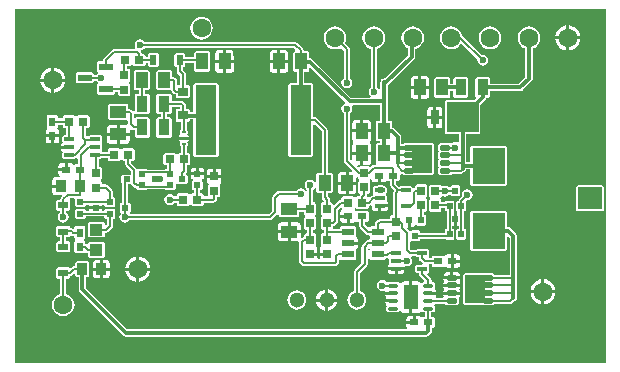
<source format=gtl>
G04 Layer_Physical_Order=1*
G04 Layer_Color=255*
%FSLAX43Y43*%
%MOMM*%
G71*
G01*
G75*
%ADD10R,0.500X0.600*%
%ADD11R,1.200X0.600*%
%ADD12R,1.100X0.600*%
%ADD13R,0.830X0.630*%
%ADD14R,0.900X0.800*%
%ADD15R,0.850X0.350*%
%ADD16R,0.950X1.400*%
%ADD17R,1.100X1.000*%
%ADD18R,0.700X0.800*%
G04:AMPARAMS|DCode=19|XSize=0.39mm|YSize=0.15mm|CornerRadius=0.037mm|HoleSize=0mm|Usage=FLASHONLY|Rotation=0.000|XOffset=0mm|YOffset=0mm|HoleType=Round|Shape=RoundedRectangle|*
%AMROUNDEDRECTD19*
21,1,0.390,0.075,0,0,0.0*
21,1,0.315,0.150,0,0,0.0*
1,1,0.075,0.158,-0.037*
1,1,0.075,-0.158,-0.037*
1,1,0.075,-0.158,0.037*
1,1,0.075,0.158,0.037*
%
%ADD19ROUNDEDRECTD19*%
G04:AMPARAMS|DCode=20|XSize=0.45mm|YSize=0.9mm|CornerRadius=0.113mm|HoleSize=0mm|Usage=FLASHONLY|Rotation=90.000|XOffset=0mm|YOffset=0mm|HoleType=Round|Shape=RoundedRectangle|*
%AMROUNDEDRECTD20*
21,1,0.450,0.675,0,0,90.0*
21,1,0.225,0.900,0,0,90.0*
1,1,0.225,0.338,0.113*
1,1,0.225,0.338,-0.113*
1,1,0.225,-0.338,-0.113*
1,1,0.225,-0.338,0.113*
%
%ADD20ROUNDEDRECTD20*%
%ADD21R,1.700X2.400*%
%ADD22R,1.800X5.900*%
%ADD23R,2.670X2.540*%
%ADD24R,0.762X1.270*%
G04:AMPARAMS|DCode=25|XSize=0.35mm|YSize=0.8mm|CornerRadius=0.087mm|HoleSize=0mm|Usage=FLASHONLY|Rotation=90.000|XOffset=0mm|YOffset=0mm|HoleType=Round|Shape=RoundedRectangle|*
%AMROUNDEDRECTD25*
21,1,0.350,0.625,0,0,90.0*
21,1,0.175,0.800,0,0,90.0*
1,1,0.175,0.313,0.087*
1,1,0.175,0.313,-0.087*
1,1,0.175,-0.313,-0.087*
1,1,0.175,-0.313,0.087*
%
%ADD25ROUNDEDRECTD25*%
%ADD26R,1.200X2.150*%
%ADD27R,1.050X1.400*%
%ADD28R,0.900X1.000*%
%ADD29R,0.600X0.800*%
%ADD30R,2.000X1.900*%
%ADD31R,2.800X3.100*%
%ADD32R,0.600X0.500*%
%ADD33R,0.800X0.700*%
%ADD34R,0.630X0.830*%
%ADD35R,0.800X0.600*%
%ADD36R,1.400X1.050*%
%ADD37C,0.200*%
%ADD38C,0.300*%
%ADD39C,0.152*%
%ADD40C,1.300*%
%ADD41C,1.600*%
%ADD42C,0.600*%
G36*
X101727Y71755D02*
X51816D01*
X51806Y71745D01*
X51689Y71794D01*
Y101727D01*
X101727D01*
Y71755D01*
D02*
G37*
%LPC*%
G36*
X89138Y80950D02*
X88865D01*
Y80518D01*
X89397D01*
Y80691D01*
X89377Y80790D01*
X89321Y80874D01*
X89237Y80930D01*
X89138Y80950D01*
D02*
G37*
G36*
X89397Y80264D02*
X88865D01*
Y79832D01*
X89138D01*
X89237Y79852D01*
X89321Y79908D01*
X89377Y79992D01*
X89397Y80091D01*
Y80264D01*
D02*
G37*
G36*
X74803Y82743D02*
X73971D01*
Y82345D01*
X73991Y82246D01*
X74047Y82162D01*
X74131Y82106D01*
X74230Y82086D01*
X74803D01*
Y82743D01*
D02*
G37*
G36*
X75630Y83654D02*
X75057D01*
Y82997D01*
X75889D01*
Y83395D01*
X75869Y83494D01*
X75813Y83578D01*
X75729Y83634D01*
X75630Y83654D01*
D02*
G37*
G36*
X74803D02*
X74230D01*
X74131Y83634D01*
X74047Y83578D01*
X73991Y83494D01*
X73971Y83395D01*
Y82997D01*
X74803D01*
Y83654D01*
D02*
G37*
G36*
X58873Y80459D02*
X58550D01*
X58451Y80439D01*
X58367Y80383D01*
X58311Y80299D01*
X58291Y80200D01*
Y79827D01*
X58873D01*
Y80459D01*
D02*
G37*
G36*
X84674Y79614D02*
X84117D01*
Y79307D01*
X84415D01*
X84514Y79327D01*
X84598Y79383D01*
X84654Y79467D01*
X84674Y79566D01*
Y79614D01*
D02*
G37*
G36*
X59450Y80459D02*
X59127D01*
Y79827D01*
X59709D01*
Y80200D01*
X59689Y80299D01*
X59633Y80383D01*
X59549Y80439D01*
X59450Y80459D01*
D02*
G37*
G36*
X62227Y80746D02*
Y79827D01*
X63146D01*
X63127Y79975D01*
X63021Y80232D01*
X62852Y80452D01*
X62632Y80621D01*
X62375Y80727D01*
X62227Y80746D01*
D02*
G37*
G36*
X61973D02*
X61825Y80727D01*
X61568Y80621D01*
X61348Y80452D01*
X61179Y80232D01*
X61073Y79975D01*
X61054Y79827D01*
X61973D01*
Y80746D01*
D02*
G37*
G36*
X57500Y83365D02*
X56900D01*
X56783Y83317D01*
X56735Y83200D01*
Y83199D01*
X56608Y83131D01*
X56598Y83138D01*
X56500Y83157D01*
X56380D01*
Y83200D01*
X56332Y83317D01*
X56215Y83365D01*
X55385D01*
X55268Y83317D01*
X55220Y83200D01*
Y82570D01*
X55268Y82453D01*
X55385Y82405D01*
X55543D01*
Y82080D01*
X55385D01*
X55268Y82032D01*
X55220Y81915D01*
Y81285D01*
X55268Y81168D01*
X55385Y81120D01*
X56215D01*
X56332Y81168D01*
X56380Y81285D01*
Y81915D01*
X56332Y82032D01*
X56215Y82080D01*
X56057D01*
Y82405D01*
X56215D01*
X56332Y82453D01*
X56354Y82508D01*
X56492Y82563D01*
X56504Y82562D01*
X56600Y82543D01*
X56735D01*
Y82400D01*
X56783Y82283D01*
X56819Y82269D01*
Y82131D01*
X56783Y82117D01*
X56735Y82000D01*
Y81200D01*
X56783Y81083D01*
X56900Y81035D01*
X57500D01*
X57617Y81083D01*
X57751Y81112D01*
X57850Y81093D01*
X57885D01*
Y80850D01*
X57933Y80733D01*
X58050Y80685D01*
X59150D01*
X59267Y80733D01*
X59315Y80850D01*
Y81850D01*
X59267Y81967D01*
X59150Y82015D01*
X58050D01*
X57933Y81967D01*
X57885Y81851D01*
X57768Y81808D01*
X57665Y81873D01*
Y82000D01*
X57617Y82117D01*
X57581Y82131D01*
Y82269D01*
X57617Y82283D01*
X57665Y82400D01*
Y83200D01*
X57617Y83317D01*
X57500Y83365D01*
D02*
G37*
G36*
X68930Y88219D02*
X68707D01*
Y87687D01*
X69189D01*
Y87960D01*
X69169Y88059D01*
X69113Y88143D01*
X69029Y88199D01*
X68930Y88219D01*
D02*
G37*
G36*
X68453D02*
X68230D01*
X68131Y88199D01*
X68047Y88143D01*
X67991Y88059D01*
X67971Y87960D01*
Y87687D01*
X68453D01*
Y88219D01*
D02*
G37*
G36*
X67023Y88309D02*
X66850D01*
X66751Y88289D01*
X66667Y88233D01*
X66611Y88149D01*
X66591Y88050D01*
Y87927D01*
X67023D01*
Y88309D01*
D02*
G37*
G36*
X55915Y88697D02*
X55642D01*
X55543Y88677D01*
X55459Y88621D01*
X55403Y88537D01*
X55383Y88438D01*
Y88265D01*
X55915D01*
Y88697D01*
D02*
G37*
G36*
X67450Y88309D02*
X67277D01*
Y87927D01*
X67709D01*
Y88050D01*
X67689Y88149D01*
X67633Y88233D01*
X67549Y88289D01*
X67450Y88309D01*
D02*
G37*
G36*
X101400Y86815D02*
X99400D01*
X99283Y86767D01*
X99235Y86650D01*
Y84750D01*
X99283Y84633D01*
X99400Y84585D01*
X101400D01*
X101517Y84633D01*
X101565Y84750D01*
Y86650D01*
X101517Y86767D01*
X101400Y86815D01*
D02*
G37*
G36*
X79791Y84074D02*
X79259D01*
Y83901D01*
X79279Y83802D01*
X79335Y83718D01*
X79419Y83662D01*
X79518Y83642D01*
X79791D01*
Y84074D01*
D02*
G37*
G36*
X60050Y84815D02*
X59450D01*
X59333Y84767D01*
X59285Y84650D01*
Y84633D01*
X59123D01*
X59109Y84650D01*
Y84773D01*
X58550D01*
X57991D01*
Y84650D01*
X57977Y84633D01*
X57715D01*
Y84650D01*
X57667Y84767D01*
X57550Y84815D01*
X56950D01*
X56833Y84767D01*
X56785Y84650D01*
Y84150D01*
X56833Y84033D01*
X56950Y83985D01*
X57550D01*
X57667Y84033D01*
X57715Y84150D01*
Y84167D01*
X59285D01*
Y84150D01*
X59333Y84033D01*
X59450Y83985D01*
X59493D01*
Y83521D01*
X59442Y83483D01*
X59315Y83547D01*
Y83550D01*
X59267Y83667D01*
X59150Y83715D01*
X58050D01*
X57933Y83667D01*
X57885Y83550D01*
Y82550D01*
X57933Y82434D01*
X58050Y82385D01*
X59150D01*
X59267Y82434D01*
X59315Y82550D01*
Y82793D01*
X59450D01*
X59549Y82812D01*
X59632Y82868D01*
X59932Y83168D01*
X59988Y83252D01*
X60007Y83350D01*
Y83985D01*
X60050D01*
X60167Y84033D01*
X60215Y84150D01*
Y84650D01*
X60167Y84767D01*
X60050Y84815D01*
D02*
G37*
G36*
X67709Y87673D02*
X67150D01*
X66591D01*
Y87550D01*
X66611Y87451D01*
X66667Y87367D01*
X66751Y87311D01*
X66763Y87179D01*
X66733Y87167D01*
X66685Y87050D01*
Y86550D01*
X66733Y86433D01*
X66850Y86385D01*
X66891D01*
Y86113D01*
X66748D01*
X66631Y86065D01*
X66617Y86029D01*
X66479D01*
X66465Y86065D01*
X66348Y86113D01*
X65548D01*
X65431Y86065D01*
X65383Y85948D01*
Y85855D01*
X65174D01*
X65128Y85924D01*
X64979Y86024D01*
X64802Y86059D01*
X64625Y86024D01*
X64476Y85924D01*
X64376Y85775D01*
X64341Y85598D01*
X64376Y85421D01*
X64476Y85272D01*
X64625Y85172D01*
X64802Y85137D01*
X64979Y85172D01*
X65128Y85272D01*
X65174Y85341D01*
X65383D01*
Y85248D01*
X65431Y85131D01*
X65548Y85083D01*
X66348D01*
X66465Y85131D01*
X66479Y85167D01*
X66617D01*
X66631Y85131D01*
X66748Y85083D01*
X67548D01*
X67665Y85131D01*
X67713Y85248D01*
Y85341D01*
X68498D01*
X68596Y85360D01*
X68680Y85416D01*
X68762Y85498D01*
X68818Y85582D01*
X68837Y85680D01*
Y85795D01*
X68930D01*
X69047Y85843D01*
X69095Y85960D01*
Y86760D01*
X69074Y86810D01*
X69047Y86877D01*
X69113Y86977D01*
X69113Y86977D01*
X69169Y87061D01*
X69189Y87160D01*
Y87433D01*
X67971D01*
Y87160D01*
X67991Y87061D01*
X68047Y86977D01*
X68047Y86977D01*
X68113Y86877D01*
X68086Y86810D01*
X68065Y86760D01*
Y85960D01*
X67995Y85855D01*
X67713D01*
Y85948D01*
X67665Y86065D01*
X67548Y86113D01*
X67405D01*
Y86385D01*
X67450D01*
X67567Y86433D01*
X67615Y86550D01*
Y87050D01*
X67567Y87167D01*
X67537Y87179D01*
X67549Y87311D01*
X67633Y87367D01*
X67689Y87451D01*
X67709Y87550D01*
Y87673D01*
D02*
G37*
G36*
X90000Y86461D02*
X89823Y86426D01*
X89674Y86326D01*
X89574Y86177D01*
X89539Y86000D01*
X89555Y85919D01*
X89318Y85682D01*
X89262Y85598D01*
X89245Y85513D01*
X89133Y85467D01*
X89085Y85350D01*
Y84750D01*
X89133Y84633D01*
X89127Y84608D01*
Y83950D01*
Y83391D01*
X89250D01*
X89267Y83377D01*
Y83115D01*
X89250D01*
X89133Y83067D01*
X89085Y82950D01*
Y82350D01*
X89133Y82233D01*
X89250Y82185D01*
X89750D01*
X89867Y82233D01*
X89915Y82350D01*
Y82950D01*
X89867Y83067D01*
X89750Y83115D01*
X89733D01*
Y84585D01*
X89750D01*
X89867Y84633D01*
X89915Y84750D01*
Y85350D01*
X89877Y85442D01*
X89951Y85549D01*
X90000Y85539D01*
X90177Y85574D01*
X90326Y85674D01*
X90426Y85823D01*
X90461Y86000D01*
X90426Y86177D01*
X90326Y86326D01*
X90177Y86426D01*
X90000Y86461D01*
D02*
G37*
G36*
X97446Y77673D02*
X96527D01*
Y76754D01*
X96675Y76773D01*
X96932Y76879D01*
X97152Y77048D01*
X97321Y77268D01*
X97427Y77525D01*
X97446Y77673D01*
D02*
G37*
G36*
X96273D02*
X95354D01*
X95373Y77525D01*
X95479Y77268D01*
X95648Y77048D01*
X95868Y76879D01*
X96125Y76773D01*
X96273Y76754D01*
Y77673D01*
D02*
G37*
G36*
X77978Y77984D02*
X77869Y77970D01*
X77649Y77879D01*
X77460Y77734D01*
X77315Y77545D01*
X77224Y77325D01*
X77210Y77216D01*
X77978D01*
Y77984D01*
D02*
G37*
G36*
X89383Y78198D02*
X88675D01*
X87967D01*
X87992Y78070D01*
X88039Y78000D01*
X87992Y77930D01*
X87967Y77802D01*
X88675D01*
X89383D01*
X89358Y77930D01*
X89311Y78000D01*
X89358Y78070D01*
X89383Y78198D01*
D02*
G37*
G36*
X78232Y77984D02*
Y77216D01*
X79000D01*
X78986Y77325D01*
X78895Y77545D01*
X78750Y77734D01*
X78561Y77879D01*
X78341Y77970D01*
X78232Y77984D01*
D02*
G37*
G36*
X82818Y78779D02*
X82641Y78744D01*
X82492Y78644D01*
X82392Y78495D01*
X82357Y78318D01*
X82392Y78141D01*
X82492Y77992D01*
X82641Y77892D01*
X82818Y77857D01*
X82952Y77883D01*
X83045Y77813D01*
X83056Y77795D01*
X83717D01*
Y77541D01*
X83064D01*
X83083Y77447D01*
X83153Y77343D01*
X83083Y77239D01*
X83064Y77145D01*
X83717D01*
Y76891D01*
X83064D01*
X83083Y76797D01*
X83158Y76684D01*
X83179Y76549D01*
X83160Y76455D01*
Y76281D01*
X83179Y76187D01*
X83232Y76108D01*
X83311Y76055D01*
X83405Y76036D01*
X84030D01*
X84123Y76055D01*
X84202Y76108D01*
X84247Y76174D01*
X84302Y76179D01*
X84381Y76165D01*
X84434Y76085D01*
X84518Y76029D01*
X84617Y76009D01*
X85090D01*
Y77343D01*
Y78677D01*
X84617D01*
X84518Y78657D01*
X84434Y78601D01*
X84381Y78521D01*
X84302Y78507D01*
X84247Y78512D01*
X84202Y78578D01*
X84123Y78631D01*
X84030Y78650D01*
X83405D01*
X83311Y78631D01*
X83300Y78624D01*
X83144Y78644D01*
X82995Y78744D01*
X82818Y78779D01*
D02*
G37*
G36*
X85373Y75759D02*
X85100D01*
X85001Y75739D01*
X84917Y75683D01*
X84861Y75599D01*
X84841Y75500D01*
Y75327D01*
X85373D01*
Y75759D01*
D02*
G37*
G36*
X77978Y76962D02*
X77210D01*
X77224Y76853D01*
X77315Y76633D01*
X77460Y76444D01*
X77649Y76299D01*
X77869Y76208D01*
X77978Y76194D01*
Y76962D01*
D02*
G37*
G36*
X75565Y77898D02*
X75356Y77871D01*
X75160Y77790D01*
X74993Y77661D01*
X74864Y77494D01*
X74783Y77298D01*
X74756Y77089D01*
X74783Y76880D01*
X74864Y76684D01*
X74993Y76517D01*
X75160Y76388D01*
X75356Y76307D01*
X75565Y76280D01*
X75774Y76307D01*
X75970Y76388D01*
X76137Y76517D01*
X76266Y76684D01*
X76347Y76880D01*
X76374Y77089D01*
X76347Y77298D01*
X76266Y77494D01*
X76137Y77661D01*
X75970Y77790D01*
X75774Y77871D01*
X75565Y77898D01*
D02*
G37*
G36*
X79000Y76962D02*
X78232D01*
Y76194D01*
X78341Y76208D01*
X78561Y76299D01*
X78750Y76444D01*
X78895Y76633D01*
X78986Y76853D01*
X79000Y76962D01*
D02*
G37*
G36*
X96273Y78846D02*
X96125Y78827D01*
X95868Y78721D01*
X95648Y78552D01*
X95479Y78332D01*
X95373Y78075D01*
X95354Y77927D01*
X96273D01*
Y78846D01*
D02*
G37*
G36*
X88548Y79461D02*
X88338D01*
X88195Y79433D01*
X88073Y79352D01*
X87992Y79230D01*
X87967Y79102D01*
X88548D01*
Y79461D01*
D02*
G37*
G36*
X59709Y79573D02*
X59127D01*
Y78941D01*
X59450D01*
X59549Y78961D01*
X59633Y79017D01*
X59689Y79101D01*
X59709Y79200D01*
Y79573D01*
D02*
G37*
G36*
X89013Y79461D02*
X88802D01*
Y79102D01*
X89383D01*
X89358Y79230D01*
X89277Y79352D01*
X89156Y79433D01*
X89013Y79461D01*
D02*
G37*
G36*
X83863Y79614D02*
X83306D01*
Y79566D01*
X83326Y79467D01*
X83382Y79383D01*
X83466Y79327D01*
X83565Y79307D01*
X83863D01*
Y79614D01*
D02*
G37*
G36*
X93200Y84665D02*
X90400D01*
X90283Y84617D01*
X90235Y84500D01*
Y81400D01*
X90283Y81283D01*
X90400Y81235D01*
X93200D01*
X93317Y81283D01*
X93365Y81400D01*
Y82433D01*
X93482Y82482D01*
X93592Y82372D01*
Y79232D01*
X92284D01*
X92254Y79278D01*
X92166Y79337D01*
X92063Y79358D01*
X91518D01*
X91500Y79365D01*
X89800D01*
X89683Y79317D01*
X89635Y79200D01*
Y76800D01*
X89683Y76683D01*
X89800Y76635D01*
X91500D01*
X91518Y76642D01*
X92063D01*
X92166Y76663D01*
X92254Y76722D01*
X92284Y76768D01*
X93625D01*
X93723Y76787D01*
X93807Y76843D01*
X93969Y77005D01*
X94018Y77015D01*
X94118Y77082D01*
X94185Y77182D01*
X94208Y77300D01*
Y78300D01*
Y79000D01*
Y82500D01*
X94208Y82500D01*
X94185Y82618D01*
X94118Y82718D01*
X94118Y82718D01*
X93668Y83168D01*
X93568Y83235D01*
X93450Y83258D01*
X93365Y83343D01*
Y84500D01*
X93317Y84617D01*
X93200Y84665D01*
D02*
G37*
G36*
X89383Y78848D02*
X88675D01*
X87967D01*
X87992Y78719D01*
X88039Y78650D01*
X87992Y78581D01*
X87967Y78452D01*
X88675D01*
X89383D01*
X89358Y78581D01*
X89311Y78650D01*
X89358Y78719D01*
X89383Y78848D01*
D02*
G37*
G36*
X96527Y78846D02*
Y77927D01*
X97446D01*
X97427Y78075D01*
X97321Y78332D01*
X97152Y78552D01*
X96932Y78721D01*
X96675Y78827D01*
X96527Y78846D01*
D02*
G37*
G36*
X61973Y79573D02*
X61054D01*
X61073Y79425D01*
X61179Y79168D01*
X61348Y78948D01*
X61568Y78779D01*
X61825Y78673D01*
X61973Y78654D01*
Y79573D01*
D02*
G37*
G36*
X58873Y79573D02*
X58291D01*
Y79200D01*
X58311Y79101D01*
X58367Y79017D01*
X58451Y78961D01*
X58550Y78941D01*
X58873D01*
Y79573D01*
D02*
G37*
G36*
X63146Y79573D02*
X62227D01*
Y78654D01*
X62375Y78673D01*
X62632Y78779D01*
X62852Y78948D01*
X63021Y79168D01*
X63127Y79425D01*
X63146Y79573D01*
D02*
G37*
G36*
X55027Y96746D02*
Y95827D01*
X55946D01*
X55927Y95975D01*
X55821Y96232D01*
X55652Y96452D01*
X55432Y96621D01*
X55175Y96727D01*
X55027Y96746D01*
D02*
G37*
G36*
X54773D02*
X54625Y96727D01*
X54368Y96621D01*
X54148Y96452D01*
X53979Y96232D01*
X53873Y95975D01*
X53854Y95827D01*
X54773D01*
Y96746D01*
D02*
G37*
G36*
X95217Y100261D02*
X94968Y100228D01*
X94736Y100132D01*
X94537Y99979D01*
X94385Y99780D01*
X94289Y99549D01*
X94256Y99300D01*
X94289Y99051D01*
X94385Y98820D01*
X94537Y98621D01*
X94736Y98468D01*
X94908Y98397D01*
Y95944D01*
X94368Y95404D01*
X91932D01*
Y95796D01*
X91884Y95913D01*
X91767Y95961D01*
X90817D01*
X90700Y95913D01*
X90652Y95796D01*
Y94396D01*
X90700Y94279D01*
X90709Y94276D01*
X90739Y94126D01*
X90604Y93991D01*
X88270D01*
X88153Y93943D01*
X88105Y93826D01*
Y91286D01*
X88153Y91169D01*
X88270Y91121D01*
X89297D01*
Y90494D01*
X89192Y90427D01*
X89170Y90429D01*
X88998Y90463D01*
X88821Y90428D01*
X88672Y90328D01*
X88642Y90322D01*
X88580Y90364D01*
X88477Y90385D01*
X87802D01*
X87698Y90364D01*
X87611Y90305D01*
X87552Y90218D01*
X87531Y90115D01*
Y89890D01*
X87552Y89786D01*
X87560Y89774D01*
X87601Y89677D01*
X87560Y89580D01*
X87552Y89568D01*
X87531Y89465D01*
Y89240D01*
X87552Y89136D01*
X87611Y89049D01*
Y89005D01*
X87552Y88918D01*
X87531Y88814D01*
Y88589D01*
X87552Y88486D01*
X87560Y88474D01*
X87601Y88377D01*
X87560Y88280D01*
X87552Y88268D01*
X87531Y88164D01*
Y87939D01*
X87552Y87836D01*
X87611Y87749D01*
X87698Y87690D01*
X87802Y87669D01*
X88477D01*
X88580Y87690D01*
X88668Y87749D01*
X88698Y87795D01*
X89452D01*
X89550Y87814D01*
X89634Y87870D01*
X89674Y87910D01*
X89723Y87920D01*
X89823Y87987D01*
X89890Y88087D01*
X89901Y88142D01*
X90235D01*
Y86900D01*
X90283Y86783D01*
X90400Y86735D01*
X93200D01*
X93317Y86783D01*
X93365Y86900D01*
Y90000D01*
X93317Y90117D01*
X93200Y90165D01*
X90400D01*
X90283Y90117D01*
X90235Y90000D01*
Y88758D01*
X89913D01*
Y89300D01*
Y91121D01*
X90940D01*
X91057Y91169D01*
X91105Y91286D01*
Y93620D01*
X91510Y94025D01*
X91510Y94025D01*
X91577Y94125D01*
X91598Y94231D01*
X91767D01*
X91884Y94279D01*
X91932Y94396D01*
Y94788D01*
X94496D01*
X94496Y94788D01*
X94614Y94811D01*
X94714Y94878D01*
X95435Y95599D01*
X95502Y95699D01*
X95525Y95817D01*
X95525Y95817D01*
Y98397D01*
X95697Y98468D01*
X95896Y98621D01*
X96049Y98820D01*
X96145Y99051D01*
X96177Y99300D01*
X96145Y99549D01*
X96049Y99780D01*
X95896Y99979D01*
X95697Y100132D01*
X95465Y100228D01*
X95217Y100261D01*
D02*
G37*
G36*
X73923Y97173D02*
X73266D01*
Y96600D01*
X73286Y96501D01*
X73342Y96417D01*
X73426Y96361D01*
X73525Y96341D01*
X73923D01*
Y97173D01*
D02*
G37*
G36*
X70234Y97173D02*
X69577D01*
Y96341D01*
X69975D01*
X70074Y96361D01*
X70158Y96417D01*
X70214Y96501D01*
X70234Y96600D01*
Y97173D01*
D02*
G37*
G36*
X69323D02*
X68666D01*
Y96600D01*
X68686Y96501D01*
X68742Y96417D01*
X68826Y96361D01*
X68925Y96341D01*
X69323D01*
Y97173D01*
D02*
G37*
G36*
X78800Y100261D02*
X78551Y100228D01*
X78320Y100132D01*
X78121Y99979D01*
X77968Y99780D01*
X77872Y99549D01*
X77839Y99300D01*
X77872Y99051D01*
X77968Y98820D01*
X78121Y98621D01*
X78320Y98468D01*
X78551Y98372D01*
X78800Y98339D01*
X79049Y98372D01*
X79272Y98464D01*
X79543Y98193D01*
Y95872D01*
X79474Y95826D01*
X79374Y95677D01*
X79339Y95500D01*
X79374Y95323D01*
X79474Y95174D01*
X79623Y95074D01*
X79800Y95039D01*
X79977Y95074D01*
X80126Y95174D01*
X80226Y95323D01*
X80261Y95500D01*
X80226Y95677D01*
X80126Y95826D01*
X80057Y95872D01*
Y98300D01*
X80038Y98398D01*
X79982Y98482D01*
X79636Y98828D01*
X79728Y99051D01*
X79761Y99300D01*
X79728Y99549D01*
X79632Y99780D01*
X79479Y99979D01*
X79280Y100132D01*
X79049Y100228D01*
X78800Y100261D01*
D02*
G37*
G36*
X85367D02*
X85118Y100228D01*
X84886Y100132D01*
X84687Y99979D01*
X84535Y99780D01*
X84439Y99549D01*
X84406Y99300D01*
X84439Y99051D01*
X84535Y98820D01*
X84687Y98621D01*
X84886Y98468D01*
X84992Y98424D01*
Y97828D01*
X83022Y95858D01*
X82950D01*
X82832Y95835D01*
X82732Y95768D01*
X82665Y95668D01*
X82642Y95550D01*
Y94915D01*
X82584Y94896D01*
X82515Y94894D01*
X82426Y95026D01*
X82357Y95072D01*
Y98383D01*
X82564Y98468D01*
X82763Y98621D01*
X82915Y98820D01*
X83011Y99051D01*
X83044Y99300D01*
X83011Y99549D01*
X82915Y99780D01*
X82763Y99979D01*
X82564Y100132D01*
X82332Y100228D01*
X82083Y100261D01*
X81835Y100228D01*
X81603Y100132D01*
X81404Y99979D01*
X81251Y99780D01*
X81155Y99549D01*
X81123Y99300D01*
X81155Y99051D01*
X81251Y98820D01*
X81404Y98621D01*
X81603Y98468D01*
X81835Y98372D01*
X81843Y98371D01*
Y95072D01*
X81774Y95026D01*
X81674Y94877D01*
X81639Y94700D01*
X81674Y94523D01*
X81774Y94374D01*
X81831Y94335D01*
X81793Y94208D01*
X80180D01*
X76938Y97450D01*
X76838Y97517D01*
X76720Y97540D01*
X76640Y97628D01*
Y98000D01*
X76592Y98117D01*
X76475Y98165D01*
X76139D01*
Y98218D01*
X76120Y98316D01*
X76064Y98400D01*
X75582Y98882D01*
X75498Y98938D01*
X75400Y98957D01*
X62672D01*
X62626Y99026D01*
X62477Y99126D01*
X62300Y99161D01*
X62123Y99126D01*
X61974Y99026D01*
X61874Y98877D01*
X61839Y98700D01*
X61874Y98523D01*
X61900Y98484D01*
X61832Y98357D01*
X60100D01*
X60002Y98338D01*
X59918Y98282D01*
X59218Y97582D01*
X59162Y97499D01*
X59143Y97400D01*
Y97315D01*
X58800D01*
X58683Y97267D01*
X58635Y97150D01*
Y96550D01*
X58683Y96433D01*
X58728Y96415D01*
X58742Y96272D01*
X58674Y96226D01*
X58628Y96157D01*
X58365D01*
Y96200D01*
X58317Y96317D01*
X58200Y96365D01*
X57000D01*
X56883Y96317D01*
X56835Y96200D01*
Y95600D01*
X56883Y95483D01*
X57000Y95435D01*
X58200D01*
X58317Y95483D01*
X58365Y95600D01*
Y95643D01*
X58628D01*
X58674Y95574D01*
X58742Y95528D01*
X58728Y95385D01*
X58683Y95367D01*
X58635Y95250D01*
Y94650D01*
X58683Y94533D01*
X58800Y94485D01*
X60000D01*
X60117Y94533D01*
X60165Y94650D01*
Y94693D01*
X60445D01*
Y94504D01*
X60493Y94387D01*
X60610Y94339D01*
X61310D01*
X61427Y94387D01*
X61475Y94504D01*
Y95304D01*
X61427Y95421D01*
X61391Y95435D01*
Y95573D01*
X61427Y95587D01*
X61475Y95704D01*
Y96504D01*
X61427Y96621D01*
X61310Y96669D01*
X61217D01*
Y96894D01*
X61395D01*
X61512Y96942D01*
X61526Y96978D01*
X61664D01*
X61678Y96942D01*
X61795Y96894D01*
X62595D01*
X62712Y96942D01*
X62760Y97059D01*
Y97152D01*
X62949D01*
Y96994D01*
X62997Y96877D01*
X63114Y96829D01*
X63744D01*
X63861Y96877D01*
X63909Y96994D01*
Y97824D01*
X63861Y97941D01*
X63744Y97989D01*
X63114D01*
X62997Y97941D01*
X62949Y97824D01*
Y97666D01*
X62760D01*
Y97759D01*
X62712Y97876D01*
X62595Y97924D01*
X62449D01*
X62433Y98003D01*
X62377Y98087D01*
X62346Y98118D01*
X62387Y98256D01*
X62477Y98274D01*
X62626Y98374D01*
X62672Y98443D01*
X75293D01*
X75454Y98282D01*
X75401Y98155D01*
X75308Y98117D01*
X75260Y98000D01*
Y96600D01*
X75308Y96483D01*
X75425Y96435D01*
X75574D01*
Y95444D01*
X74982D01*
X74865Y95396D01*
X74817Y95279D01*
Y89379D01*
X74865Y89262D01*
X74982Y89214D01*
X76782D01*
X76899Y89262D01*
X76947Y89379D01*
Y91910D01*
X77074Y91962D01*
X77660Y91376D01*
Y87860D01*
X77392D01*
X77275Y87812D01*
X77227Y87695D01*
Y87074D01*
X77100Y87036D01*
X77034Y87134D01*
X76885Y87234D01*
X76708Y87269D01*
X76531Y87234D01*
X76382Y87134D01*
X76282Y86985D01*
X76247Y86808D01*
X76282Y86631D01*
X76382Y86482D01*
X76451Y86436D01*
Y86301D01*
X76334Y86278D01*
X76324Y86280D01*
X76226Y86426D01*
X76077Y86526D01*
X75900Y86561D01*
X75723Y86526D01*
X75574Y86426D01*
X75528Y86357D01*
X74100D01*
X74002Y86338D01*
X73918Y86282D01*
X73518Y85882D01*
X73462Y85798D01*
X73443Y85700D01*
Y84607D01*
X73193Y84357D01*
X61495D01*
X61467Y84396D01*
X61467Y84533D01*
X61515Y84650D01*
Y85150D01*
X61467Y85267D01*
X61350Y85315D01*
X61307D01*
Y86885D01*
X61450D01*
X61531Y86918D01*
X61562Y86902D01*
X61618Y86818D01*
X61818Y86618D01*
X61837Y86606D01*
X61852Y86589D01*
X61878Y86578D01*
X61902Y86562D01*
X61924Y86558D01*
X61944Y86549D01*
X61990Y86539D01*
X62033Y86433D01*
X62150Y86385D01*
X62750D01*
X62867Y86433D01*
X62881Y86467D01*
X64419D01*
X64433Y86433D01*
X64550Y86385D01*
X65150D01*
X65267Y86433D01*
X65315Y86550D01*
Y86887D01*
X65433Y86933D01*
X65550Y86885D01*
X66150D01*
X66267Y86933D01*
X66315Y87050D01*
Y87550D01*
X66267Y87667D01*
X66227Y87683D01*
X66194Y87783D01*
X66191Y87832D01*
X66238Y87902D01*
X66257Y88000D01*
Y88485D01*
X66400D01*
X66517Y88533D01*
X66565Y88650D01*
Y89350D01*
X66517Y89467D01*
X66400Y89515D01*
X66257D01*
Y90101D01*
X66294Y90126D01*
X66336Y90188D01*
X66351Y90263D01*
Y90338D01*
X66336Y90412D01*
X66294Y90474D01*
X66361Y90548D01*
X66368Y90552D01*
X66432Y90649D01*
X66437Y90673D01*
X65563D01*
X65568Y90649D01*
X65632Y90552D01*
X65639Y90548D01*
X65706Y90474D01*
X65664Y90412D01*
X65649Y90338D01*
Y90263D01*
X65664Y90188D01*
X65706Y90126D01*
X65743Y90101D01*
Y89515D01*
X65600D01*
X65483Y89467D01*
X65469Y89431D01*
X65331D01*
X65317Y89467D01*
X65200Y89515D01*
X64400D01*
X64283Y89467D01*
X64235Y89350D01*
Y88650D01*
X64283Y88533D01*
X64400Y88485D01*
X64593D01*
Y88215D01*
X64550D01*
X64433Y88167D01*
X64419Y88133D01*
X62881D01*
X62867Y88167D01*
X62750Y88215D01*
X62150D01*
X62069Y88182D01*
X62038Y88198D01*
X61982Y88282D01*
X61563Y88701D01*
Y88893D01*
X61706D01*
X61823Y88941D01*
X61871Y89058D01*
Y89758D01*
X61823Y89875D01*
X61706Y89923D01*
X60906D01*
X60789Y89875D01*
X60775Y89839D01*
X60637D01*
X60623Y89875D01*
X60506Y89923D01*
X59706D01*
X59589Y89875D01*
X59541Y89758D01*
Y89650D01*
X59111D01*
X59056Y89776D01*
X59094Y89868D01*
Y90218D01*
X59046Y90335D01*
X59046Y90401D01*
X59094Y90518D01*
Y90868D01*
X59046Y90985D01*
X58929Y91033D01*
X58079D01*
X57962Y90985D01*
X57942Y90935D01*
X57765D01*
X57753Y90947D01*
Y91687D01*
X57896D01*
X58013Y91735D01*
X58061Y91852D01*
Y92552D01*
X58013Y92669D01*
X57896Y92717D01*
X57096D01*
X56979Y92669D01*
X56965Y92633D01*
X56827D01*
X56813Y92669D01*
X56696Y92717D01*
X55896D01*
X55779Y92669D01*
X55731Y92552D01*
Y92459D01*
X55329D01*
Y92602D01*
X55281Y92719D01*
X55164Y92767D01*
X54564D01*
X54447Y92719D01*
X54399Y92602D01*
Y91802D01*
X54420Y91752D01*
X54447Y91685D01*
X54381Y91585D01*
X54381Y91585D01*
X54325Y91501D01*
X54305Y91402D01*
Y91129D01*
X54864D01*
X55423D01*
Y91402D01*
X55403Y91501D01*
X55347Y91585D01*
X55347Y91585D01*
X55281Y91685D01*
X55308Y91752D01*
X55329Y91802D01*
Y91945D01*
X55731D01*
Y91852D01*
X55779Y91735D01*
X55896Y91687D01*
X56047D01*
Y91033D01*
X55879D01*
X55762Y90985D01*
X55714Y90868D01*
Y90518D01*
X55748Y90436D01*
X55696Y90401D01*
X55640Y90317D01*
X55620Y90218D01*
Y90170D01*
X56304D01*
Y89916D01*
X55620D01*
Y89868D01*
X55640Y89769D01*
X55696Y89685D01*
X55748Y89650D01*
X55714Y89568D01*
Y89218D01*
X55762Y89101D01*
X55879Y89053D01*
X56729D01*
X56846Y89101D01*
X56908Y89109D01*
X57029Y89010D01*
Y88603D01*
X56842D01*
X56792Y88582D01*
X56725Y88555D01*
X56625Y88621D01*
X56625Y88621D01*
X56541Y88677D01*
X56442Y88697D01*
X56169D01*
Y88138D01*
X56042D01*
Y88011D01*
X55383D01*
Y87838D01*
X55403Y87739D01*
X55459Y87655D01*
X55501Y87627D01*
X55462Y87500D01*
X55138D01*
X55039Y87480D01*
X54955Y87424D01*
X54899Y87340D01*
X54879Y87241D01*
Y86868D01*
X55588D01*
Y86614D01*
X54879D01*
Y86241D01*
X54899Y86142D01*
X54955Y86058D01*
X55039Y86002D01*
X55138Y85982D01*
X55652D01*
X55701Y85865D01*
X55618Y85782D01*
X55562Y85698D01*
X55543Y85600D01*
Y85595D01*
X55385D01*
X55268Y85547D01*
X55220Y85430D01*
Y84800D01*
X55268Y84683D01*
X55385Y84635D01*
X55543D01*
Y84472D01*
X55474Y84426D01*
X55374Y84277D01*
X55339Y84100D01*
X55374Y83923D01*
X55474Y83774D01*
X55623Y83674D01*
X55800Y83639D01*
X55977Y83674D01*
X56126Y83774D01*
X56226Y83923D01*
X56261Y84100D01*
X56226Y84277D01*
X56126Y84426D01*
X56057Y84472D01*
Y84635D01*
X56215D01*
X56332Y84683D01*
X56380Y84800D01*
Y85430D01*
X56332Y85547D01*
X56358Y85673D01*
X56399Y85724D01*
X56736D01*
X56785Y85650D01*
Y85150D01*
X56833Y85033D01*
X56950Y84985D01*
X57550D01*
X57667Y85033D01*
X57715Y85150D01*
Y85167D01*
X57977D01*
X57991Y85150D01*
Y85027D01*
X58550D01*
X59109D01*
Y85150D01*
X59123Y85167D01*
X59285D01*
Y85150D01*
X59333Y85033D01*
X59450Y84985D01*
X60050D01*
X60167Y85033D01*
X60215Y85150D01*
Y85650D01*
X60167Y85767D01*
X60050Y85815D01*
X60007D01*
Y86250D01*
X59988Y86348D01*
X59932Y86432D01*
X59568Y86796D01*
X59484Y86852D01*
X59386Y86871D01*
X59062D01*
Y87014D01*
X59014Y87131D01*
X58978Y87145D01*
Y87283D01*
X59014Y87297D01*
X59062Y87414D01*
Y88214D01*
X59014Y88331D01*
X58897Y88379D01*
X58804D01*
Y89053D01*
X58929D01*
X59046Y89101D01*
X59060Y89136D01*
X59541D01*
Y89058D01*
X59589Y88941D01*
X59706Y88893D01*
X60506D01*
X60623Y88941D01*
X60637Y88977D01*
X60775D01*
X60789Y88941D01*
X60906Y88893D01*
X61049D01*
Y88594D01*
X61068Y88496D01*
X61124Y88412D01*
X61543Y87993D01*
Y87777D01*
X61450Y87715D01*
X60850D01*
X60733Y87667D01*
X60685Y87550D01*
Y87050D01*
X60733Y86933D01*
X60793Y86909D01*
Y85315D01*
X60750D01*
X60633Y85267D01*
X60585Y85150D01*
Y84650D01*
X60633Y84533D01*
X60649Y84389D01*
X60574Y84277D01*
X60539Y84100D01*
X60574Y83923D01*
X60674Y83774D01*
X60823Y83674D01*
X61000Y83639D01*
X61177Y83674D01*
X61326Y83774D01*
X61372Y83843D01*
X73300D01*
X73398Y83862D01*
X73482Y83918D01*
X73882Y84318D01*
X73938Y84402D01*
X73938Y84403D01*
X74065Y84390D01*
Y84245D01*
X74113Y84128D01*
X74230Y84080D01*
X75630D01*
X75747Y84128D01*
X75795Y84245D01*
Y84513D01*
X76193D01*
Y84401D01*
X76241Y84284D01*
X76277Y84270D01*
Y84132D01*
X76241Y84118D01*
X76193Y84001D01*
Y83201D01*
X76241Y83084D01*
X76358Y83036D01*
X76451D01*
Y82734D01*
X76358D01*
X76241Y82686D01*
X76193Y82569D01*
Y82426D01*
X76169D01*
X76071Y82407D01*
X76016Y82370D01*
X75925Y82403D01*
X75889Y82433D01*
Y82743D01*
X75057D01*
Y82086D01*
X75630D01*
X75630Y82086D01*
X75703Y82030D01*
X75743Y81979D01*
Y80400D01*
X75762Y80302D01*
X75818Y80218D01*
X76018Y80018D01*
X76102Y79962D01*
X76200Y79943D01*
X78800D01*
X78898Y79962D01*
X78982Y80018D01*
X79082Y80118D01*
X79138Y80202D01*
X79157Y80300D01*
Y80461D01*
X79284Y80528D01*
X79353Y80500D01*
X80453D01*
X80570Y80548D01*
X80618Y80665D01*
Y81265D01*
X80570Y81382D01*
X80570Y81382D01*
X80592Y81403D01*
X80636Y81432D01*
X80656Y81461D01*
X80692Y81516D01*
X80712Y81615D01*
Y81788D01*
X79903D01*
Y82042D01*
X80712D01*
Y82215D01*
X80692Y82314D01*
X80656Y82369D01*
X80656Y82369D01*
X80636Y82398D01*
X80592Y82427D01*
X80610Y82545D01*
X80613Y82554D01*
X80618Y82565D01*
Y83165D01*
X80570Y83282D01*
X80453Y83330D01*
X79353D01*
X79236Y83282D01*
X79188Y83165D01*
Y83122D01*
X78673D01*
X78620Y83201D01*
Y83347D01*
X78699Y83363D01*
X78783Y83419D01*
X78982Y83618D01*
X79038Y83702D01*
X79057Y83800D01*
Y84693D01*
X79262Y84898D01*
X79366Y84877D01*
X79396Y84865D01*
X79407Y84807D01*
X79398Y84727D01*
X79335Y84684D01*
X79279Y84600D01*
X79259Y84501D01*
Y84328D01*
X79918D01*
Y84201D01*
X80045D01*
Y83642D01*
X80318D01*
X80417Y83662D01*
X80501Y83718D01*
X80501Y83718D01*
X80601Y83784D01*
X80668Y83757D01*
X80718Y83736D01*
X80861D01*
Y83382D01*
X80880Y83284D01*
X80936Y83200D01*
X81453Y82683D01*
X81537Y82627D01*
X81635Y82608D01*
X81688D01*
Y82565D01*
X81736Y82448D01*
X81736Y82332D01*
X81688Y82215D01*
Y82172D01*
X81615D01*
X81517Y82153D01*
X81433Y82097D01*
X81118Y81782D01*
X81062Y81698D01*
X81043Y81600D01*
Y80207D01*
X80463Y79627D01*
X80407Y79543D01*
X80388Y79445D01*
Y77851D01*
X80240Y77790D01*
X80073Y77661D01*
X79944Y77494D01*
X79863Y77298D01*
X79836Y77089D01*
X79863Y76880D01*
X79944Y76684D01*
X80073Y76517D01*
X80240Y76388D01*
X80436Y76307D01*
X80645Y76280D01*
X80854Y76307D01*
X81050Y76388D01*
X81217Y76517D01*
X81346Y76684D01*
X81427Y76880D01*
X81454Y77089D01*
X81427Y77298D01*
X81346Y77494D01*
X81217Y77661D01*
X81050Y77790D01*
X80902Y77851D01*
Y79338D01*
X81482Y79918D01*
X81538Y80002D01*
X81557Y80100D01*
Y81405D01*
X81607Y81447D01*
X81735Y81390D01*
X81735Y81378D01*
X81688Y81265D01*
Y80665D01*
X81736Y80548D01*
X81853Y80500D01*
X82953D01*
X83070Y80548D01*
X83109Y80643D01*
X83200D01*
X83298Y80662D01*
X83304Y80666D01*
X83407Y80582D01*
X83400Y80566D01*
Y80216D01*
X83434Y80134D01*
X83382Y80099D01*
X83326Y80015D01*
X83306Y79916D01*
Y79868D01*
X83990D01*
X84676D01*
X84768Y79950D01*
X84795Y79960D01*
X84900Y79939D01*
X85077Y79974D01*
X85226Y80074D01*
X85326Y80223D01*
X85361Y80400D01*
X85326Y80577D01*
X85273Y80657D01*
X85340Y80784D01*
X85634D01*
X85648Y80749D01*
X85765Y80701D01*
X85933D01*
Y80610D01*
X85952Y80511D01*
X86008Y80428D01*
X86218Y80218D01*
X86233Y80208D01*
X86195Y80081D01*
X85765D01*
X85648Y80033D01*
X85600Y79916D01*
Y79566D01*
X85648Y79449D01*
X85765Y79401D01*
X85933D01*
Y79310D01*
X85952Y79211D01*
X86008Y79128D01*
X86364Y78772D01*
X86323Y78634D01*
X86311Y78631D01*
X86232Y78578D01*
X86187Y78512D01*
X86133Y78507D01*
X86053Y78521D01*
X86000Y78601D01*
X85916Y78657D01*
X85817Y78677D01*
X85344D01*
Y77343D01*
Y76009D01*
X85817D01*
X85916Y76029D01*
X86000Y76085D01*
X86053Y76165D01*
X86133Y76179D01*
X86187Y76174D01*
X86232Y76108D01*
X86311Y76055D01*
X86405Y76036D01*
X86443D01*
Y75665D01*
X86300D01*
X86250Y75644D01*
X86183Y75617D01*
X86083Y75683D01*
X86083Y75683D01*
X85999Y75739D01*
X85900Y75759D01*
X85627D01*
Y75200D01*
X85500D01*
Y75073D01*
X84841D01*
Y74900D01*
X84861Y74801D01*
X84905Y74735D01*
X84884Y74662D01*
X84851Y74608D01*
X61228D01*
X57708Y78128D01*
Y79035D01*
X57850D01*
X57967Y79083D01*
X58015Y79200D01*
Y80200D01*
X57967Y80317D01*
X57850Y80365D01*
X56950D01*
X56833Y80317D01*
X56785Y80200D01*
Y79957D01*
X56700D01*
X56602Y79938D01*
X56518Y79882D01*
X56420Y79784D01*
X56332Y79802D01*
X56215Y79850D01*
X55385D01*
X55268Y79802D01*
X55220Y79685D01*
Y79055D01*
X55268Y78938D01*
X55385Y78890D01*
X55543D01*
Y77624D01*
X55320Y77532D01*
X55121Y77379D01*
X54968Y77180D01*
X54872Y76949D01*
X54839Y76700D01*
X54872Y76451D01*
X54968Y76220D01*
X55121Y76021D01*
X55320Y75868D01*
X55551Y75772D01*
X55800Y75739D01*
X56049Y75772D01*
X56280Y75868D01*
X56479Y76021D01*
X56632Y76220D01*
X56728Y76451D01*
X56761Y76700D01*
X56728Y76949D01*
X56632Y77180D01*
X56479Y77379D01*
X56280Y77532D01*
X56057Y77624D01*
Y78890D01*
X56215D01*
X56332Y78938D01*
X56380Y79055D01*
Y79115D01*
X56468Y79132D01*
X56552Y79188D01*
X56668Y79304D01*
X56785Y79255D01*
Y79200D01*
X56833Y79083D01*
X56950Y79035D01*
X57092D01*
Y78000D01*
X57092Y78000D01*
X57115Y77882D01*
X57182Y77782D01*
X60882Y74082D01*
X60882Y74082D01*
X60982Y74015D01*
X61100Y73992D01*
X86500D01*
X86500Y73992D01*
X86618Y74015D01*
X86718Y74082D01*
X86918Y74282D01*
X86985Y74382D01*
X87008Y74500D01*
X87008Y74500D01*
Y74735D01*
X87100D01*
X87217Y74783D01*
X87265Y74900D01*
Y75500D01*
X87217Y75617D01*
X87100Y75665D01*
X86957D01*
Y76036D01*
X87030D01*
X87123Y76055D01*
X87202Y76108D01*
X87256Y76187D01*
X87274Y76281D01*
Y76455D01*
X87256Y76549D01*
X87202Y76628D01*
Y76646D01*
X87302Y76761D01*
X88120D01*
X88147Y76722D01*
X88234Y76663D01*
X88338Y76642D01*
X89013D01*
X89116Y76663D01*
X89204Y76722D01*
X89262Y76809D01*
X89283Y76912D01*
Y77137D01*
X89262Y77241D01*
X89273Y77296D01*
X89277Y77298D01*
X89358Y77419D01*
X89383Y77548D01*
X88675D01*
X87967D01*
X87992Y77419D01*
X88004Y77402D01*
X87936Y77275D01*
X87389D01*
X87321Y77402D01*
X87351Y77447D01*
X87370Y77541D01*
X86717D01*
Y77795D01*
X87370D01*
X87351Y77889D01*
X87276Y78002D01*
X87256Y78137D01*
X87274Y78230D01*
Y78406D01*
X87256Y78499D01*
X87202Y78578D01*
X87123Y78631D01*
X87030Y78650D01*
X86974D01*
Y78783D01*
X86955Y78881D01*
X86899Y78965D01*
X86580Y79284D01*
X86634Y79409D01*
X86732Y79449D01*
X86780Y79566D01*
Y79916D01*
X86742Y80007D01*
X86797Y80134D01*
X86973D01*
Y80091D01*
X87021Y79974D01*
X87138Y79926D01*
X87938D01*
X87988Y79947D01*
X88055Y79974D01*
X88155Y79908D01*
X88155Y79908D01*
X88239Y79852D01*
X88338Y79832D01*
X88611D01*
Y80391D01*
Y80950D01*
X88338D01*
X88239Y80930D01*
X88155Y80874D01*
X88155Y80874D01*
X88055Y80808D01*
X87988Y80835D01*
X87938Y80856D01*
X87138D01*
X87021Y80808D01*
X86973Y80691D01*
Y80648D01*
X86797D01*
X86742Y80775D01*
X86780Y80866D01*
Y81216D01*
X86732Y81333D01*
X86615Y81381D01*
X85765D01*
X85648Y81333D01*
X85634Y81298D01*
X85266D01*
X85157Y81407D01*
Y82026D01*
X85284Y82096D01*
X85348Y82070D01*
X85848D01*
X85965Y82118D01*
X86013Y82235D01*
Y82278D01*
X88115D01*
X88133Y82233D01*
X88250Y82185D01*
X88750D01*
X88867Y82233D01*
X88915Y82350D01*
Y82950D01*
X88867Y83067D01*
X88750Y83115D01*
X88733D01*
Y83377D01*
X88750Y83391D01*
X88873D01*
Y83950D01*
Y84608D01*
X88867Y84633D01*
X88915Y84750D01*
Y85350D01*
X88867Y85467D01*
X88750Y85515D01*
X88250D01*
X88133Y85467D01*
X88088Y85357D01*
X87815D01*
Y85500D01*
X87767Y85617D01*
X87731Y85631D01*
Y85769D01*
X87767Y85783D01*
X87786Y85830D01*
X87932Y85885D01*
X87948Y85874D01*
X88125Y85839D01*
X88302Y85874D01*
X88451Y85974D01*
X88471Y86003D01*
X88607Y85996D01*
X88633Y85933D01*
X88750Y85885D01*
X89250D01*
X89367Y85933D01*
X89415Y86050D01*
Y86650D01*
X89367Y86767D01*
X89250Y86815D01*
X88750D01*
X88633Y86767D01*
X88585Y86650D01*
X88458Y86616D01*
X88451Y86626D01*
X88302Y86726D01*
X88125Y86761D01*
X87948Y86726D01*
X87932Y86715D01*
X87786Y86770D01*
X87767Y86817D01*
X87650Y86865D01*
X86950D01*
X86833Y86817D01*
X86785Y86700D01*
Y85900D01*
X86833Y85783D01*
X86869Y85769D01*
Y85631D01*
X86833Y85617D01*
X86785Y85500D01*
Y84700D01*
X86833Y84583D01*
X86950Y84535D01*
X87650D01*
X87767Y84583D01*
X87815Y84700D01*
Y84843D01*
X88085D01*
Y84750D01*
X88133Y84633D01*
X88250Y84585D01*
X88267D01*
Y83115D01*
X88250D01*
X88133Y83067D01*
X88085Y82950D01*
Y82792D01*
X86013D01*
Y82835D01*
X85965Y82952D01*
X85848Y83000D01*
X85348D01*
X85246Y82958D01*
X85231Y82952D01*
X85097Y82959D01*
X85082Y82982D01*
X84915Y83149D01*
X84968Y83276D01*
X84971D01*
Y83835D01*
X85225D01*
Y83276D01*
X85348D01*
X85447Y83296D01*
X85531Y83352D01*
X85587Y83436D01*
X85719Y83448D01*
X85731Y83418D01*
X85848Y83370D01*
X86348D01*
X86465Y83418D01*
X86513Y83535D01*
Y84135D01*
X86465Y84252D01*
X86355Y84297D01*
Y84560D01*
X86456D01*
X86573Y84608D01*
X86621Y84725D01*
Y85525D01*
X86573Y85642D01*
X86537Y85656D01*
Y85794D01*
X86573Y85808D01*
X86621Y85925D01*
Y86725D01*
X86573Y86842D01*
X86456Y86890D01*
X85756D01*
X85639Y86842D01*
X85591Y86725D01*
Y86612D01*
X85479Y86560D01*
X85359Y86607D01*
X85335Y86667D01*
X85218Y86715D01*
X84368D01*
X84251Y86667D01*
X84248Y86666D01*
X84007Y86907D01*
Y87165D01*
X84150D01*
X84267Y87213D01*
X84315Y87330D01*
Y87696D01*
X84414Y87774D01*
X84555Y87757D01*
X84561Y87749D01*
X84648Y87690D01*
X84751Y87669D01*
X85296D01*
X85314Y87662D01*
X87014D01*
X87131Y87710D01*
X87179Y87827D01*
Y90227D01*
X87131Y90344D01*
X87014Y90392D01*
X85314D01*
X85296Y90385D01*
X84751D01*
X84648Y90364D01*
X84568Y90310D01*
X84408D01*
Y90900D01*
X84408Y90900D01*
X84385Y91018D01*
X84318Y91118D01*
X83818Y91618D01*
X83718Y91685D01*
X83640Y91700D01*
Y92100D01*
X83592Y92217D01*
X83475Y92265D01*
X83258D01*
Y93900D01*
Y95263D01*
X83268Y95265D01*
X83368Y95332D01*
X85518Y97482D01*
X85585Y97582D01*
X85608Y97700D01*
X85608Y97700D01*
Y98371D01*
X85615Y98372D01*
X85847Y98468D01*
X86046Y98621D01*
X86199Y98820D01*
X86295Y99051D01*
X86327Y99300D01*
X86295Y99549D01*
X86199Y99780D01*
X86046Y99979D01*
X85847Y100132D01*
X85615Y100228D01*
X85367Y100261D01*
D02*
G37*
G36*
X55946Y95573D02*
X55027D01*
Y94654D01*
X55175Y94673D01*
X55432Y94779D01*
X55652Y94948D01*
X55821Y95168D01*
X55927Y95425D01*
X55946Y95573D01*
D02*
G37*
G36*
X89917Y95961D02*
X88967D01*
X88850Y95913D01*
X88802Y95796D01*
Y95404D01*
X88578D01*
Y95796D01*
X88530Y95913D01*
X88413Y95961D01*
X87363D01*
X87246Y95913D01*
X87198Y95796D01*
Y94396D01*
X87246Y94279D01*
X87363Y94231D01*
X88413D01*
X88530Y94279D01*
X88578Y94396D01*
Y94788D01*
X88802D01*
Y94396D01*
X88850Y94279D01*
X88967Y94231D01*
X89917D01*
X90034Y94279D01*
X90082Y94396D01*
Y95796D01*
X90034Y95913D01*
X89917Y95961D01*
D02*
G37*
G36*
X86513Y96055D02*
X86115D01*
Y95223D01*
X86772D01*
Y95796D01*
X86752Y95895D01*
X86696Y95979D01*
X86612Y96035D01*
X86513Y96055D01*
D02*
G37*
G36*
X85861D02*
X85463D01*
X85364Y96035D01*
X85280Y95979D01*
X85224Y95895D01*
X85204Y95796D01*
Y95223D01*
X85861D01*
Y96055D01*
D02*
G37*
G36*
X74834Y97173D02*
X74177D01*
Y96341D01*
X74575D01*
X74674Y96361D01*
X74758Y96417D01*
X74814Y96501D01*
X74834Y96600D01*
Y97173D01*
D02*
G37*
G36*
X91933Y100261D02*
X91685Y100228D01*
X91453Y100132D01*
X91254Y99979D01*
X91101Y99780D01*
X91005Y99549D01*
X90973Y99300D01*
X91005Y99051D01*
X91101Y98820D01*
X91254Y98621D01*
X91453Y98468D01*
X91685Y98372D01*
X91933Y98339D01*
X92182Y98372D01*
X92414Y98468D01*
X92613Y98621D01*
X92765Y98820D01*
X92861Y99051D01*
X92894Y99300D01*
X92861Y99549D01*
X92765Y99780D01*
X92613Y99979D01*
X92414Y100132D01*
X92182Y100228D01*
X91933Y100261D01*
D02*
G37*
G36*
X99546Y99173D02*
X98627D01*
Y98254D01*
X98775Y98273D01*
X99032Y98379D01*
X99252Y98548D01*
X99421Y98768D01*
X99527Y99025D01*
X99546Y99173D01*
D02*
G37*
G36*
X98373D02*
X97454D01*
X97473Y99025D01*
X97579Y98768D01*
X97748Y98548D01*
X97968Y98379D01*
X98225Y98273D01*
X98373Y98254D01*
Y99173D01*
D02*
G37*
G36*
X98627Y100346D02*
Y99427D01*
X99546D01*
X99527Y99575D01*
X99421Y99832D01*
X99252Y100052D01*
X99032Y100221D01*
X98775Y100327D01*
X98627Y100346D01*
D02*
G37*
G36*
X98373D02*
X98225Y100327D01*
X97968Y100221D01*
X97748Y100052D01*
X97579Y99832D01*
X97473Y99575D01*
X97454Y99427D01*
X98373D01*
Y100346D01*
D02*
G37*
G36*
X67500Y101061D02*
X67251Y101028D01*
X67020Y100932D01*
X66821Y100779D01*
X66668Y100580D01*
X66572Y100349D01*
X66539Y100100D01*
X66572Y99851D01*
X66668Y99620D01*
X66821Y99421D01*
X67020Y99268D01*
X67251Y99172D01*
X67500Y99139D01*
X67749Y99172D01*
X67980Y99268D01*
X68179Y99421D01*
X68332Y99620D01*
X68428Y99851D01*
X68461Y100100D01*
X68428Y100349D01*
X68332Y100580D01*
X68179Y100779D01*
X67980Y100932D01*
X67749Y101028D01*
X67500Y101061D01*
D02*
G37*
G36*
X74575Y98259D02*
X74177D01*
Y97427D01*
X74834D01*
Y98000D01*
X74814Y98099D01*
X74758Y98183D01*
X74674Y98239D01*
X74575Y98259D01*
D02*
G37*
G36*
X73923D02*
X73525D01*
X73426Y98239D01*
X73342Y98183D01*
X73286Y98099D01*
X73266Y98000D01*
Y97427D01*
X73923D01*
Y98259D01*
D02*
G37*
G36*
X88650Y100261D02*
X88401Y100228D01*
X88170Y100132D01*
X87971Y99979D01*
X87818Y99780D01*
X87722Y99549D01*
X87689Y99300D01*
X87722Y99051D01*
X87818Y98820D01*
X87971Y98621D01*
X88170Y98468D01*
X88401Y98372D01*
X88650Y98339D01*
X88899Y98372D01*
X89130Y98468D01*
X89329Y98621D01*
X89419Y98738D01*
X89585Y98751D01*
X90855Y97481D01*
X90839Y97400D01*
X90874Y97223D01*
X90974Y97074D01*
X91123Y96974D01*
X91300Y96939D01*
X91477Y96974D01*
X91626Y97074D01*
X91726Y97223D01*
X91761Y97400D01*
X91726Y97577D01*
X91626Y97726D01*
X91477Y97826D01*
X91300Y97861D01*
X91219Y97845D01*
X89587Y99477D01*
X89578Y99549D01*
X89482Y99780D01*
X89329Y99979D01*
X89130Y100132D01*
X88899Y100228D01*
X88650Y100261D01*
D02*
G37*
G36*
X68075Y98165D02*
X67025D01*
X66908Y98117D01*
X66860Y98000D01*
Y97666D01*
X66139D01*
Y97824D01*
X66091Y97941D01*
X65974Y97989D01*
X65344D01*
X65227Y97941D01*
X65179Y97824D01*
Y96994D01*
X65227Y96877D01*
X65344Y96829D01*
X65402D01*
Y96441D01*
X65421Y96343D01*
X65477Y96259D01*
X65656Y96080D01*
Y95307D01*
X65463D01*
X65457Y95311D01*
Y95600D01*
X65438Y95698D01*
X65382Y95782D01*
X65282Y95882D01*
X65198Y95938D01*
X65100Y95957D01*
X65040D01*
Y96400D01*
X64992Y96517D01*
X64875Y96565D01*
X63825D01*
X63708Y96517D01*
X63660Y96400D01*
Y95000D01*
X63708Y94883D01*
X63825Y94835D01*
X64875D01*
X64889Y94841D01*
X64962Y94802D01*
X65018Y94718D01*
X65176Y94560D01*
X65260Y94504D01*
X65298Y94497D01*
Y94342D01*
X65346Y94225D01*
X65463Y94177D01*
X66363D01*
X66480Y94225D01*
X66528Y94342D01*
Y95142D01*
X66480Y95259D01*
X66363Y95307D01*
X66170D01*
Y96187D01*
X66151Y96285D01*
X66095Y96369D01*
X65916Y96548D01*
Y96829D01*
X65974D01*
X66091Y96877D01*
X66139Y96994D01*
Y97152D01*
X66860D01*
Y96600D01*
X66908Y96483D01*
X67025Y96435D01*
X68075D01*
X68192Y96483D01*
X68240Y96600D01*
Y98000D01*
X68192Y98117D01*
X68075Y98165D01*
D02*
G37*
G36*
X69975Y98259D02*
X69577D01*
Y97427D01*
X70234D01*
Y98000D01*
X70214Y98099D01*
X70158Y98183D01*
X70074Y98239D01*
X69975Y98259D01*
D02*
G37*
G36*
X69323D02*
X68925D01*
X68826Y98239D01*
X68742Y98183D01*
X68686Y98099D01*
X68666Y98000D01*
Y97427D01*
X69323D01*
Y98259D01*
D02*
G37*
G36*
X54773Y95573D02*
X53854D01*
X53873Y95425D01*
X53979Y95168D01*
X54148Y94948D01*
X54368Y94779D01*
X54625Y94673D01*
X54773Y94654D01*
Y95573D01*
D02*
G37*
G36*
X60325Y91909D02*
X59752D01*
X59653Y91889D01*
X59569Y91833D01*
X59513Y91749D01*
X59493Y91650D01*
Y91252D01*
X60325D01*
Y91909D01*
D02*
G37*
G36*
X87127Y92429D02*
X86614D01*
Y91921D01*
X86634Y91822D01*
X86690Y91738D01*
X86774Y91682D01*
X86873Y91662D01*
X87127D01*
Y92429D01*
D02*
G37*
G36*
X87894D02*
X87381D01*
Y91662D01*
X87635D01*
X87734Y91682D01*
X87818Y91738D01*
X87874Y91822D01*
X87894Y91921D01*
Y92429D01*
D02*
G37*
G36*
X55423Y90875D02*
X54991D01*
Y90343D01*
X55164D01*
X55263Y90363D01*
X55347Y90419D01*
X55403Y90503D01*
X55423Y90602D01*
Y90875D01*
D02*
G37*
G36*
X60325Y90998D02*
X59493D01*
Y90600D01*
X59513Y90501D01*
X59569Y90417D01*
X59653Y90361D01*
X59752Y90341D01*
X60325D01*
Y90998D01*
D02*
G37*
G36*
X61411D02*
X60579D01*
Y90341D01*
X61152D01*
X61251Y90361D01*
X61335Y90417D01*
X61391Y90501D01*
X61411Y90600D01*
Y90998D01*
D02*
G37*
G36*
X54737Y90875D02*
X54305D01*
Y90602D01*
X54325Y90503D01*
X54381Y90419D01*
X54465Y90363D01*
X54564Y90343D01*
X54737D01*
Y90875D01*
D02*
G37*
G36*
X86772Y94969D02*
X86115D01*
Y94137D01*
X86513D01*
X86612Y94157D01*
X86696Y94213D01*
X86752Y94297D01*
X86772Y94396D01*
Y94969D01*
D02*
G37*
G36*
X68782Y95444D02*
X66982D01*
X66865Y95396D01*
X66817Y95279D01*
Y93008D01*
X66528D01*
Y93117D01*
X66480Y93234D01*
X66363Y93282D01*
X66170D01*
Y93587D01*
X66151Y93685D01*
X66095Y93769D01*
X65982Y93882D01*
X65898Y93938D01*
X65800Y93957D01*
X64965D01*
Y94400D01*
X64917Y94517D01*
X64800Y94565D01*
X63850D01*
X63733Y94517D01*
X63685Y94400D01*
Y93000D01*
X63733Y92883D01*
X63850Y92835D01*
X64068D01*
Y92565D01*
X63850D01*
X63733Y92517D01*
X63685Y92400D01*
Y91000D01*
X63733Y90883D01*
X63850Y90835D01*
X64800D01*
X64917Y90883D01*
X64965Y91000D01*
Y92400D01*
X64917Y92517D01*
X64800Y92565D01*
X64582D01*
Y92835D01*
X64800D01*
X64917Y92883D01*
X64965Y93000D01*
Y93443D01*
X65656D01*
Y93282D01*
X65463D01*
X65346Y93234D01*
X65298Y93117D01*
Y92317D01*
X65346Y92200D01*
X65463Y92152D01*
X65743D01*
Y91499D01*
X65706Y91474D01*
X65664Y91412D01*
X65649Y91338D01*
Y91263D01*
X65664Y91188D01*
X65706Y91126D01*
X65639Y91052D01*
X65632Y91048D01*
X65568Y90951D01*
X65563Y90927D01*
X66437D01*
X66432Y90951D01*
X66368Y91048D01*
X66361Y91052D01*
X66294Y91126D01*
X66336Y91188D01*
X66351Y91263D01*
Y91338D01*
X66336Y91412D01*
X66294Y91474D01*
X66257Y91499D01*
Y92152D01*
X66363D01*
X66480Y92200D01*
X66528Y92317D01*
Y92392D01*
X66817D01*
Y89379D01*
X66865Y89262D01*
X66982Y89214D01*
X68782D01*
X68899Y89262D01*
X68947Y89379D01*
Y95279D01*
X68899Y95396D01*
X68782Y95444D01*
D02*
G37*
G36*
X62975Y96565D02*
X61925D01*
X61808Y96517D01*
X61760Y96400D01*
Y95000D01*
X61808Y94883D01*
X61925Y94835D01*
X62218D01*
Y94565D01*
X62000D01*
X61883Y94517D01*
X61835Y94400D01*
Y93081D01*
X61708Y93043D01*
X61682Y93082D01*
X61557Y93207D01*
X61473Y93263D01*
X61375Y93282D01*
X61317D01*
Y93550D01*
X61269Y93667D01*
X61152Y93715D01*
X59752D01*
X59635Y93667D01*
X59587Y93550D01*
Y92500D01*
X59635Y92383D01*
X59752Y92335D01*
X61152D01*
X61243Y92274D01*
Y92020D01*
X61197Y91958D01*
X61131Y91909D01*
X60579D01*
Y91252D01*
X61411D01*
Y91545D01*
X61538Y91598D01*
X61618Y91518D01*
X61702Y91462D01*
X61800Y91443D01*
X61835D01*
Y91000D01*
X61883Y90883D01*
X62000Y90835D01*
X62950D01*
X63067Y90883D01*
X63115Y91000D01*
Y92400D01*
X63067Y92517D01*
X62950Y92565D01*
X62000D01*
X61883Y92517D01*
X61757Y92544D01*
Y92856D01*
X61883Y92883D01*
X62000Y92835D01*
X62950D01*
X63067Y92883D01*
X63115Y93000D01*
Y94400D01*
X63067Y94517D01*
X62950Y94565D01*
X62732D01*
Y94835D01*
X62975D01*
X63092Y94883D01*
X63140Y95000D01*
Y96400D01*
X63092Y96517D01*
X62975Y96565D01*
D02*
G37*
G36*
X85861Y94969D02*
X85204D01*
Y94396D01*
X85224Y94297D01*
X85280Y94213D01*
X85364Y94157D01*
X85463Y94137D01*
X85861D01*
Y94969D01*
D02*
G37*
G36*
X87635Y93450D02*
X87381D01*
Y92683D01*
X87894D01*
Y93191D01*
X87874Y93290D01*
X87818Y93374D01*
X87734Y93430D01*
X87635Y93450D01*
D02*
G37*
G36*
X87127D02*
X86873D01*
X86774Y93430D01*
X86690Y93374D01*
X86634Y93290D01*
X86614Y93191D01*
Y92683D01*
X87127D01*
Y93450D01*
D02*
G37*
%LPD*%
G36*
X82642Y92265D02*
X82425D01*
X82308Y92217D01*
X82260Y92100D01*
Y90700D01*
X82308Y90583D01*
X82425Y90535D01*
X82642D01*
Y90365D01*
X82425D01*
X82308Y90317D01*
X82260Y90200D01*
Y88800D01*
X82308Y88683D01*
X82281Y88557D01*
X82100D01*
X82002Y88538D01*
X81918Y88482D01*
X81793Y88357D01*
X81747Y88366D01*
X81630Y88414D01*
X80930D01*
X80813Y88366D01*
X80756Y88354D01*
X80702Y88414D01*
X80756Y88541D01*
X80923D01*
Y89373D01*
X80266D01*
Y88978D01*
X80153Y88931D01*
X80057Y89009D01*
Y92928D01*
X80126Y92974D01*
X80226Y93123D01*
X80261Y93300D01*
X80229Y93465D01*
X80234Y93498D01*
X80284Y93592D01*
X82642D01*
Y92265D01*
D02*
G37*
G36*
X82677Y87071D02*
X82950D01*
X83049Y87091D01*
X83133Y87147D01*
X83133Y87147D01*
X83233Y87213D01*
X83300Y87186D01*
X83350Y87165D01*
X83493D01*
Y86800D01*
X83512Y86701D01*
X83568Y86618D01*
X83811Y86375D01*
X83765Y86329D01*
X83709Y86245D01*
X83690Y86147D01*
Y84258D01*
X83597D01*
X83480Y84210D01*
X83432Y84093D01*
Y83950D01*
X82593D01*
X82495Y83931D01*
X82411Y83875D01*
X82221Y83685D01*
X82165Y83601D01*
X82146Y83503D01*
Y83330D01*
X81853D01*
X81736Y83282D01*
X81735Y83278D01*
X81610Y83254D01*
X81375Y83489D01*
Y83736D01*
X81518D01*
X81635Y83784D01*
X81683Y83901D01*
Y84501D01*
X81635Y84618D01*
X81518Y84666D01*
X80718D01*
X80668Y84645D01*
X80601Y84618D01*
X80501Y84684D01*
X80501Y84684D01*
X80479Y84699D01*
X80455Y84844D01*
X80566Y84877D01*
X80683Y84829D01*
X81483D01*
X81600Y84877D01*
X81648Y84994D01*
Y85087D01*
X81742Y85106D01*
X81782Y85133D01*
X81909Y85075D01*
Y84900D01*
X81929Y84801D01*
X81985Y84717D01*
X82069Y84661D01*
X82168Y84641D01*
X82466D01*
Y85075D01*
X82593D01*
Y85202D01*
X83277D01*
Y85250D01*
X83257Y85349D01*
X83201Y85433D01*
X83149Y85468D01*
X83183Y85550D01*
Y85900D01*
X83135Y86017D01*
X83135Y86083D01*
X83183Y86200D01*
Y86550D01*
X83135Y86667D01*
X83018Y86715D01*
X82980D01*
X82852Y86801D01*
X82675Y86836D01*
X82498Y86801D01*
X82369Y86715D01*
X82168D01*
X82051Y86667D01*
X82003Y86550D01*
Y86200D01*
X82051Y86083D01*
Y86074D01*
X82000Y85957D01*
X81902Y85938D01*
X81818Y85882D01*
X81737Y85801D01*
X81606Y85813D01*
X81523Y85907D01*
X81537Y85980D01*
Y86084D01*
X81630D01*
X81747Y86132D01*
X81795Y86249D01*
Y87049D01*
X81747Y87166D01*
X81745Y87298D01*
X81769Y87319D01*
X81770Y87319D01*
X81903Y87268D01*
X81911Y87231D01*
X81967Y87147D01*
X82051Y87091D01*
X82150Y87071D01*
X82423D01*
Y87630D01*
X82677D01*
Y87071D01*
D02*
G37*
G36*
X79667Y93849D02*
X79635Y93743D01*
X79615Y93721D01*
X79474Y93626D01*
X79374Y93477D01*
X79339Y93300D01*
X79374Y93123D01*
X79474Y92974D01*
X79543Y92928D01*
Y88900D01*
X79562Y88802D01*
X79618Y88718D01*
X80255Y88081D01*
X80202Y87954D01*
X79944D01*
Y87122D01*
X80601D01*
Y87454D01*
X80728Y87526D01*
X80765Y87503D01*
Y87449D01*
X80813Y87332D01*
X80849Y87318D01*
Y87180D01*
X80813Y87166D01*
X80765Y87049D01*
Y86249D01*
X80813Y86132D01*
X80867Y86110D01*
X80903Y85967D01*
X80901Y85965D01*
X80845Y85881D01*
X80841Y85859D01*
X80683D01*
X80566Y85811D01*
X80552Y85775D01*
X80414D01*
X80400Y85811D01*
X80283Y85859D01*
X79483D01*
X79366Y85811D01*
X79318Y85694D01*
Y85596D01*
X79246Y85582D01*
X79162Y85526D01*
X78737Y85101D01*
X78620Y85150D01*
Y85201D01*
X78572Y85318D01*
X78455Y85366D01*
X78362D01*
Y85595D01*
X78343Y85693D01*
X78287Y85777D01*
X78174Y85890D01*
Y86130D01*
X78442D01*
X78559Y86178D01*
X78607Y86295D01*
Y87695D01*
X78559Y87812D01*
X78442Y87860D01*
X78174D01*
Y91483D01*
X78155Y91581D01*
X78099Y91665D01*
X77253Y92511D01*
X77169Y92567D01*
X77071Y92586D01*
X76947D01*
Y95279D01*
X76899Y95396D01*
X76782Y95444D01*
X76190D01*
Y96435D01*
X76475D01*
X76592Y96483D01*
X76640Y96600D01*
Y96710D01*
X76757Y96759D01*
X79667Y93849D01*
D02*
G37*
G36*
X77227Y86542D02*
Y86295D01*
X77275Y86178D01*
X77392Y86130D01*
X77660D01*
Y85783D01*
X77679Y85685D01*
X77735Y85601D01*
X77843Y85493D01*
X77837Y85366D01*
X77755D01*
X77638Y85318D01*
X77590Y85201D01*
Y84401D01*
X77638Y84284D01*
X77674Y84270D01*
Y84132D01*
X77638Y84118D01*
X77590Y84001D01*
Y83201D01*
X77638Y83084D01*
X77755Y83036D01*
X77848D01*
Y82734D01*
X77755D01*
X77638Y82686D01*
X77590Y82569D01*
Y81769D01*
X77611Y81719D01*
X77638Y81652D01*
X77572Y81552D01*
X77572Y81552D01*
X77516Y81468D01*
X77496Y81369D01*
Y81096D01*
X78105D01*
Y80842D01*
X77496D01*
Y80569D01*
X77470Y80542D01*
X77433D01*
X77317Y80658D01*
Y80842D01*
X76708D01*
Y81096D01*
X77317D01*
Y81369D01*
X77297Y81468D01*
X77241Y81552D01*
X77241Y81552D01*
X77175Y81652D01*
X77202Y81719D01*
X77223Y81769D01*
Y82569D01*
X77175Y82686D01*
X77058Y82734D01*
X76965D01*
Y83036D01*
X77058D01*
X77175Y83084D01*
X77223Y83201D01*
Y84001D01*
X77175Y84118D01*
X77139Y84132D01*
Y84270D01*
X77175Y84284D01*
X77223Y84401D01*
Y85201D01*
X77175Y85318D01*
X77058Y85366D01*
X76965D01*
Y86436D01*
X77034Y86482D01*
X77100Y86580D01*
X77227Y86542D01*
D02*
G37*
%LPC*%
G36*
X81834Y91273D02*
X81050D01*
X80266D01*
Y90700D01*
X80286Y90601D01*
X80342Y90517D01*
X80342Y90383D01*
X80286Y90299D01*
X80266Y90200D01*
Y89627D01*
X81050D01*
X81834D01*
Y90200D01*
X81814Y90299D01*
X81758Y90383D01*
X81758Y90517D01*
X81814Y90601D01*
X81834Y90700D01*
Y91273D01*
D02*
G37*
G36*
X81834Y89373D02*
X81177D01*
Y88541D01*
X81575D01*
X81674Y88561D01*
X81758Y88617D01*
X81814Y88701D01*
X81834Y88800D01*
Y89373D01*
D02*
G37*
G36*
X80923Y92359D02*
X80525D01*
X80426Y92339D01*
X80342Y92283D01*
X80286Y92199D01*
X80266Y92100D01*
Y91527D01*
X80923D01*
Y92359D01*
D02*
G37*
G36*
X81575D02*
X81177D01*
Y91527D01*
X81834D01*
Y92100D01*
X81814Y92199D01*
X81758Y92283D01*
X81674Y92339D01*
X81575Y92359D01*
D02*
G37*
G36*
X83277Y84948D02*
X82720D01*
Y84641D01*
X83018D01*
X83117Y84661D01*
X83201Y84717D01*
X83257Y84801D01*
X83277Y84900D01*
Y84948D01*
D02*
G37*
G36*
X79690Y87954D02*
X79292D01*
X79193Y87934D01*
X79109Y87878D01*
X79053Y87794D01*
X79033Y87695D01*
Y87122D01*
X79690D01*
Y87954D01*
D02*
G37*
G36*
X80601Y86868D02*
X79944D01*
Y86036D01*
X80342D01*
X80441Y86056D01*
X80525Y86112D01*
X80581Y86196D01*
X80601Y86295D01*
Y86868D01*
D02*
G37*
G36*
X79690D02*
X79033D01*
Y86295D01*
X79053Y86196D01*
X79109Y86112D01*
X79193Y86056D01*
X79292Y86036D01*
X79690D01*
Y86868D01*
D02*
G37*
%LPD*%
D10*
X85098Y83835D02*
D03*
X86098D02*
D03*
X85598Y82535D02*
D03*
X89500Y82650D02*
D03*
X88500D02*
D03*
X89000Y83950D02*
D03*
X89500Y85050D02*
D03*
X88500D02*
D03*
X89000Y86350D02*
D03*
D11*
X59400Y94950D02*
D03*
Y96850D02*
D03*
X57600Y95900D02*
D03*
D12*
X82403Y82865D02*
D03*
Y81915D02*
D03*
Y80965D02*
D03*
X79903D02*
D03*
Y81915D02*
D03*
Y82865D02*
D03*
D13*
X55800Y85115D02*
D03*
Y82885D02*
D03*
Y81600D02*
D03*
Y79370D02*
D03*
D14*
X65913Y92717D02*
D03*
Y94742D02*
D03*
D15*
X58504Y90693D02*
D03*
Y90043D02*
D03*
Y89393D02*
D03*
X56304D02*
D03*
Y90043D02*
D03*
Y90693D02*
D03*
X82593Y86375D02*
D03*
Y85725D02*
D03*
Y85075D02*
D03*
X84793D02*
D03*
Y86375D02*
D03*
X83990Y81041D02*
D03*
Y80391D02*
D03*
Y79741D02*
D03*
X86190D02*
D03*
Y81041D02*
D03*
D16*
X91292Y95096D02*
D03*
X89442D02*
D03*
X64325Y91700D02*
D03*
X62475D02*
D03*
X64325Y93700D02*
D03*
X62475D02*
D03*
D17*
X58600Y83050D02*
D03*
Y81350D02*
D03*
D18*
X58547Y86614D02*
D03*
Y87814D02*
D03*
X78105Y82169D02*
D03*
Y80969D02*
D03*
X76708Y82169D02*
D03*
Y80969D02*
D03*
X83947Y83693D02*
D03*
Y82493D02*
D03*
X68580Y86360D02*
D03*
Y87560D02*
D03*
X78105Y84801D02*
D03*
Y83601D02*
D03*
X76708Y84801D02*
D03*
Y83601D02*
D03*
X86106Y85125D02*
D03*
Y86325D02*
D03*
X81280Y87849D02*
D03*
Y86649D02*
D03*
X60960Y94904D02*
D03*
Y96104D02*
D03*
X87300Y86300D02*
D03*
Y85100D02*
D03*
D19*
X66000Y91300D02*
D03*
Y90300D02*
D03*
Y90800D02*
D03*
D20*
X88675Y78975D02*
D03*
Y78325D02*
D03*
Y77675D02*
D03*
Y77025D02*
D03*
X91725D02*
D03*
Y77675D02*
D03*
Y78325D02*
D03*
Y78975D02*
D03*
X88139Y88052D02*
D03*
Y88702D02*
D03*
Y89352D02*
D03*
Y90002D02*
D03*
X85089D02*
D03*
Y89352D02*
D03*
Y88702D02*
D03*
Y88052D02*
D03*
D21*
X90650Y78000D02*
D03*
X86164Y89027D02*
D03*
D22*
X75882Y92329D02*
D03*
X67882D02*
D03*
D23*
X89605Y92556D02*
D03*
D24*
X87254D02*
D03*
D25*
X83717Y78318D02*
D03*
Y77668D02*
D03*
Y77018D02*
D03*
Y76368D02*
D03*
X86717D02*
D03*
Y77018D02*
D03*
Y77668D02*
D03*
Y78318D02*
D03*
D26*
X85217Y77343D02*
D03*
D27*
X82950Y89500D02*
D03*
X81050D02*
D03*
X85988Y95096D02*
D03*
X87888D02*
D03*
X69450Y97300D02*
D03*
X67550D02*
D03*
X64350Y95700D02*
D03*
X62450D02*
D03*
X74050Y97300D02*
D03*
X75950D02*
D03*
X77917Y86995D02*
D03*
X79817D02*
D03*
X82950Y91400D02*
D03*
X81050D02*
D03*
D28*
X57188Y86741D02*
D03*
X55588D02*
D03*
X57400Y79700D02*
D03*
X59000D02*
D03*
D29*
X57200Y82800D02*
D03*
Y81600D02*
D03*
X54864Y92202D02*
D03*
Y91002D02*
D03*
D30*
X100400Y85700D02*
D03*
D31*
X91800Y88450D02*
D03*
Y82950D02*
D03*
D32*
X64850Y87800D02*
D03*
Y86800D02*
D03*
X63550Y87300D02*
D03*
X62450Y87800D02*
D03*
Y86800D02*
D03*
X61150Y87300D02*
D03*
X57250Y84400D02*
D03*
Y85400D02*
D03*
X58550Y84900D02*
D03*
X59750Y84400D02*
D03*
Y85400D02*
D03*
X61050Y84900D02*
D03*
X67150Y87800D02*
D03*
Y86800D02*
D03*
X65850Y87300D02*
D03*
D33*
X67148Y85598D02*
D03*
X65948D02*
D03*
X66000Y89000D02*
D03*
X64800D02*
D03*
X61306Y89408D02*
D03*
X60106D02*
D03*
X81083Y85344D02*
D03*
X79883D02*
D03*
X57496Y92202D02*
D03*
X56296D02*
D03*
X62195Y97409D02*
D03*
X60995D02*
D03*
D34*
X63429D02*
D03*
X65659D02*
D03*
D35*
X57242Y88138D02*
D03*
X56042D02*
D03*
X87538Y80391D02*
D03*
X88738D02*
D03*
X83750Y87630D02*
D03*
X82550D02*
D03*
X86700Y75200D02*
D03*
X85500D02*
D03*
X81118Y84201D02*
D03*
X79918D02*
D03*
D36*
X60452Y91125D02*
D03*
Y93025D02*
D03*
X74930Y82870D02*
D03*
Y84770D02*
D03*
D37*
X91725Y78975D02*
X93875D01*
X93875Y78325D02*
X93900Y78300D01*
X93875Y78325D02*
X93875Y78325D01*
X91725D02*
X93875D01*
X93825Y77675D02*
X93900Y77600D01*
X91725Y77675D02*
X93825D01*
X93625Y77025D02*
X93625Y77025D01*
X91725Y77025D02*
X93625D01*
X75882Y97232D02*
Y98218D01*
X67310Y97409D02*
X67564Y97155D01*
X55800Y82885D02*
X55815Y82900D01*
X56500D01*
X56600Y82800D01*
X57200D01*
X57850Y81350D02*
X58600D01*
X57600Y81600D02*
X57850Y81350D01*
X57200Y81600D02*
X57600D01*
X55800Y81600D02*
Y82885D01*
Y81600D02*
X55800Y81600D01*
X55800Y85115D02*
X55825Y85090D01*
X57181Y86734D02*
X57188Y86741D01*
X60091Y89393D02*
X60106Y89408D01*
X58504Y89393D02*
X60091D01*
X58504D02*
X58547Y89350D01*
Y87814D02*
Y89350D01*
X56296Y92202D02*
X56304Y92194D01*
Y90693D02*
Y92194D01*
X57658Y90678D02*
X58489D01*
X57496Y90840D02*
X57658Y90678D01*
X57496Y90840D02*
Y92202D01*
X57188Y88084D02*
X57242Y88138D01*
X57188Y86741D02*
Y88084D01*
X58489Y90678D02*
X58504Y90693D01*
X54864Y92202D02*
X56296D01*
X58547Y86614D02*
X59386D01*
X59750Y86250D01*
Y85400D02*
Y86250D01*
X58600Y83050D02*
X59450D01*
X59750Y83350D01*
Y84400D01*
X55800Y85115D02*
Y85600D01*
X57181Y85981D02*
Y86734D01*
X55800Y79370D02*
X56370D01*
X56700Y79700D01*
X57400D01*
X57242Y88138D02*
X57286Y88182D01*
X61800Y87000D02*
X62000Y86800D01*
X61800Y87000D02*
Y88100D01*
X61306Y88594D02*
X61800Y88100D01*
X61306Y88594D02*
Y89408D01*
X64850Y87900D02*
Y88950D01*
X64800Y89000D02*
X64850Y88950D01*
X59400Y94950D02*
X60914D01*
X60960Y94904D01*
Y96104D02*
Y97374D01*
X60995Y97409D01*
X59400Y96850D02*
Y97400D01*
X62475Y93700D02*
Y95675D01*
X62450Y95700D02*
X62475Y95675D01*
X64325Y91700D02*
Y93700D01*
X61800Y91700D02*
X62475D01*
X60452Y93025D02*
X61375D01*
X65913Y94742D02*
Y96187D01*
X65659Y96441D02*
X65913Y96187D01*
X65659Y96441D02*
Y97409D01*
X62195D02*
X63429D01*
X66000Y91300D02*
Y92630D01*
X61500Y92000D02*
X61800Y91700D01*
X61500Y92000D02*
Y92900D01*
X61375Y93025D02*
X61500Y92900D01*
X55800Y85600D02*
X56181Y85981D01*
X57181D01*
X57286Y88182D02*
Y89386D01*
X57943Y90043D01*
X58504D01*
X56304Y89393D02*
X56793D01*
X57658Y90258D01*
Y90678D01*
X64325Y93700D02*
X65800D01*
X65913Y93587D01*
Y92717D02*
Y93587D01*
Y92717D02*
X65930Y92700D01*
X66000Y92630D01*
Y89000D02*
Y90300D01*
X65850Y87300D02*
Y87850D01*
X66000Y88000D01*
Y89000D01*
X67148Y85598D02*
Y86798D01*
X67150Y86800D01*
X67148Y85598D02*
X68498D01*
X68580Y85680D01*
Y86360D01*
X65358Y94742D02*
X65913D01*
X65200Y94900D02*
X65358Y94742D01*
X65200Y94900D02*
Y95600D01*
X65100Y95700D02*
X65200Y95600D01*
X64350Y95700D02*
X65100D01*
X65659Y97409D02*
X67310D01*
X75882Y97232D02*
X75950Y97300D01*
X74930Y84770D02*
X76677D01*
X76708Y84801D01*
X78105D02*
Y85595D01*
X77917Y85783D02*
X78105Y85595D01*
X77917Y85783D02*
Y86995D01*
Y91483D01*
X77071Y92329D02*
X77917Y91483D01*
X75882Y92329D02*
X77071D01*
X76708Y82169D02*
Y83601D01*
X78125Y82865D02*
X79903D01*
X78105Y82885D02*
X78125Y82865D01*
X78105Y82169D02*
Y82885D01*
Y83601D01*
X79065Y80965D02*
X79903D01*
X78900Y80800D02*
X79065Y80965D01*
X78900Y80300D02*
Y80800D01*
X78800Y80200D02*
X78900Y80300D01*
X76200Y80200D02*
X78800D01*
X76000Y80400D02*
X76200Y80200D01*
X76000Y80400D02*
Y82000D01*
X76169Y82169D01*
X76708D01*
X81635Y82865D02*
X82403D01*
X81118Y83382D02*
X81635Y82865D01*
X81118Y83382D02*
Y84201D01*
X82403Y81915D02*
X83115D01*
X83300Y82100D01*
Y82400D01*
X83393Y82493D01*
X83947D01*
X80645Y77089D02*
Y79445D01*
X81300Y80100D01*
Y81600D01*
X81615Y81915D01*
X82403D01*
X83341Y81041D02*
X83990D01*
X83200Y80900D02*
X83341Y81041D01*
X82468Y80900D02*
X83200D01*
X82403Y82865D02*
Y83503D01*
X82593Y83693D01*
X83947D01*
Y86147D01*
X84175Y86375D01*
X84793D01*
Y85075D02*
X85275D01*
X85500Y85300D01*
Y86200D01*
X85625Y86325D01*
X86106D01*
X86098Y83835D02*
Y85117D01*
X86106Y85125D01*
X81083Y85344D02*
X81644D01*
X82000Y85700D01*
X82568D01*
X82593Y85725D01*
X81083Y85344D02*
Y85783D01*
X81280Y85980D01*
Y86649D01*
X79344Y85344D02*
X79883D01*
X78105Y83601D02*
X78601D01*
X78800Y83800D01*
Y84800D01*
X79344Y85344D01*
X83750Y86800D02*
Y87630D01*
Y86800D02*
X84175Y86375D01*
X83947Y83693D02*
X84040Y83600D01*
X86509Y80391D02*
X87538D01*
X86500Y80400D02*
X86509Y80391D01*
X86400Y80400D02*
X86500D01*
X88950Y86300D02*
X89000Y86350D01*
X84448Y88052D02*
X85089D01*
X84100Y88400D02*
X84448Y88052D01*
X84100Y88400D02*
Y88700D01*
X84102Y88702D02*
X85089D01*
X84100Y88700D02*
X84102Y88702D01*
X84152Y89352D02*
X85089D01*
X84100Y89300D02*
X84152Y89352D01*
X89603Y88702D02*
X89605Y88700D01*
X89452Y88052D02*
X89605Y88205D01*
X88139Y88052D02*
X89452D01*
X88139Y88702D02*
X89603D01*
X89553Y89352D02*
X89605Y89300D01*
X88139Y89352D02*
X89553D01*
X88139Y90002D02*
X88998D01*
X89500Y85500D02*
X90000Y86000D01*
X86700Y75200D02*
Y76351D01*
X86717Y76368D01*
Y78318D02*
Y78783D01*
X86190Y79310D02*
X86717Y78783D01*
X86190Y79310D02*
Y79741D01*
X86717Y77018D02*
X88668D01*
X88675Y77025D01*
X93625D02*
X93900Y77300D01*
X93875Y78975D02*
X93900Y79000D01*
X87300Y85100D02*
X88450D01*
X88500Y85050D01*
X85598Y82535D02*
X88385D01*
X88500Y82650D01*
X83947Y83693D02*
X84307D01*
X84500Y83500D01*
Y83200D02*
Y83500D01*
Y83200D02*
X84900Y82800D01*
Y81300D02*
Y82800D01*
Y81300D02*
X85159Y81041D01*
X86190D01*
X64802Y85598D02*
X65948D01*
X57600Y95900D02*
X59000D01*
X87300Y86300D02*
X88125D01*
X88950D01*
X83750Y87630D02*
Y88150D01*
X83600Y88300D02*
X83750Y88150D01*
X82100Y88300D02*
X83600D01*
X81649Y87849D02*
X82100Y88300D01*
X61050Y84900D02*
Y87200D01*
X61150Y87300D01*
X55800Y84100D02*
Y85115D01*
X61000Y84100D02*
Y84850D01*
X61050Y84900D01*
X61000Y84100D02*
X73300D01*
X73700Y84500D01*
Y85700D01*
X74100Y86100D01*
X75900D01*
X76708Y84801D02*
Y86808D01*
X82100Y94700D02*
Y99283D01*
X82083Y99300D02*
X82100Y99283D01*
X62195Y97409D02*
Y97905D01*
X62000Y98100D02*
X62195Y97905D01*
X59400Y97400D02*
X60100Y98100D01*
X62000D01*
X62300Y98700D02*
X75400D01*
X75882Y98218D01*
X80851Y87849D02*
X81280D01*
X79800Y88900D02*
X80851Y87849D01*
X79800Y88900D02*
Y93300D01*
Y95500D02*
Y98300D01*
X78800Y99300D02*
X79800Y98300D01*
X82593Y86375D02*
X82675D01*
X83999Y80400D02*
X84900D01*
X83990Y80391D02*
X83999Y80400D01*
X86190Y80610D02*
X86400Y80400D01*
X86190Y80610D02*
Y81041D01*
X82400Y80962D02*
X82403Y80965D01*
X82468Y80900D01*
X81280Y87849D02*
X81649D01*
X82818Y78318D02*
X83717D01*
X89400Y99300D02*
X91300Y97400D01*
X88650Y99300D02*
X89400D01*
X55800Y76700D02*
Y79370D01*
X55800Y79370D02*
X55800Y79370D01*
X62000Y86800D02*
X62429Y86705D01*
X62450Y86700D01*
X63550Y87300D02*
X64000D01*
D38*
X75882Y97232D02*
X76720D01*
X67511Y92700D02*
X67882Y92329D01*
X65930Y92700D02*
X67511D01*
X75882Y92329D02*
Y97232D01*
X89605Y92556D02*
X91292Y94243D01*
Y95096D01*
X87888D02*
X89442D01*
X84950Y90064D02*
X85012Y90002D01*
X82950Y91400D02*
X83600D01*
X84100Y90900D01*
X82950Y89500D02*
X84100D01*
X84100Y89500D01*
Y88700D02*
Y89300D01*
Y89500D01*
Y90000D02*
X84102Y90002D01*
X85012D01*
X85089D01*
X84100Y89500D02*
Y90000D01*
Y90900D01*
X89605Y88400D02*
Y88700D01*
Y88205D02*
Y88400D01*
Y88700D02*
Y89300D01*
Y88400D02*
X89655Y88450D01*
X91800D01*
X89605Y89300D02*
Y92556D01*
X91800Y82950D02*
X93450D01*
X93900Y82500D01*
Y77300D02*
Y77600D01*
Y78300D01*
Y79000D01*
Y82500D01*
X91292Y95096D02*
X94496D01*
X95217Y95817D01*
Y99300D01*
X82950Y89500D02*
Y91400D01*
X82950Y91400D02*
X82950Y91400D01*
X82950Y91400D02*
Y93900D01*
Y95550D01*
X80052Y93900D02*
X82950D01*
X76720Y97232D02*
X80052Y93900D01*
X85300Y99233D02*
X85367Y99300D01*
X82950Y95550D02*
X83150D01*
X85300Y97700D01*
Y99233D01*
X86700Y74500D02*
Y75200D01*
X86500Y74300D02*
X86700Y74500D01*
X61100Y74300D02*
X86500D01*
X57400Y78000D02*
X61100Y74300D01*
X57400Y78000D02*
Y79700D01*
D39*
X57250Y85400D02*
X59750D01*
X57250Y84400D02*
X59750D01*
X88500Y82650D02*
Y85050D01*
X89500D02*
Y85500D01*
Y82650D02*
Y85050D01*
X62450Y87900D02*
X64850D01*
X62450Y86700D02*
X64850D01*
D40*
X80645Y77089D02*
D03*
X78105D02*
D03*
X75565D02*
D03*
D41*
X95217Y99300D02*
D03*
X67500Y100100D02*
D03*
X55800Y76700D02*
D03*
X96400Y77800D02*
D03*
X54900Y95700D02*
D03*
X62100Y79700D02*
D03*
X88650Y99300D02*
D03*
X82083D02*
D03*
X85367D02*
D03*
X91933D02*
D03*
X78800D02*
D03*
X98500D02*
D03*
D42*
X86500Y83100D02*
D03*
X88998Y90002D02*
D03*
X90000Y86000D02*
D03*
X64802Y85598D02*
D03*
X59000Y95900D02*
D03*
X88125Y86300D02*
D03*
X67500Y97300D02*
D03*
X55800Y84100D02*
D03*
X61000D02*
D03*
X81300Y87800D02*
D03*
X75900Y86100D02*
D03*
X76708Y86808D02*
D03*
X82100Y94700D02*
D03*
X60995Y97409D02*
D03*
X62300Y98700D02*
D03*
X79800Y93300D02*
D03*
Y95500D02*
D03*
X82675Y86375D02*
D03*
X84900Y80400D02*
D03*
X81083Y85344D02*
D03*
X82400Y80962D02*
D03*
X82818Y78318D02*
D03*
X91300Y97400D02*
D03*
X78105Y80969D02*
D03*
X81050Y89500D02*
D03*
X81000Y93000D02*
D03*
X82550Y87630D02*
D03*
X77500Y95200D02*
D03*
X63400Y88700D02*
D03*
X61900Y85900D02*
D03*
X68600Y88700D02*
D03*
X66600Y96200D02*
D03*
X64500Y97500D02*
D03*
X59600Y88300D02*
D03*
X80900Y94900D02*
D03*
X85988Y95096D02*
D03*
X87254Y92556D02*
D03*
X64000Y87300D02*
D03*
X52340Y72200D02*
D03*
X54910D02*
D03*
X57480D02*
D03*
X65190D02*
D03*
X62620D02*
D03*
X60050D02*
D03*
X72900D02*
D03*
X70330D02*
D03*
X67760D02*
D03*
X80610D02*
D03*
X78040D02*
D03*
X75470D02*
D03*
X88320D02*
D03*
X85750D02*
D03*
X83180D02*
D03*
X96030D02*
D03*
X93460D02*
D03*
X90890D02*
D03*
X101170D02*
D03*
X98600D02*
D03*
X98530Y101300D02*
D03*
X101100D02*
D03*
X90820D02*
D03*
X93390D02*
D03*
X95960D02*
D03*
X83110D02*
D03*
X85680D02*
D03*
X88250D02*
D03*
X75400D02*
D03*
X77970D02*
D03*
X80540D02*
D03*
X70260D02*
D03*
X72830D02*
D03*
X59980D02*
D03*
X62550D02*
D03*
X65120D02*
D03*
X57410D02*
D03*
X54840D02*
D03*
X52270D02*
D03*
X101300Y94560D02*
D03*
Y97130D02*
D03*
Y99700D02*
D03*
Y89420D02*
D03*
Y91990D02*
D03*
Y79140D02*
D03*
Y81710D02*
D03*
Y76570D02*
D03*
Y74000D02*
D03*
X52100Y74030D02*
D03*
Y76600D02*
D03*
Y84310D02*
D03*
Y81740D02*
D03*
Y79170D02*
D03*
Y92020D02*
D03*
Y89450D02*
D03*
Y86880D02*
D03*
Y99730D02*
D03*
Y97160D02*
D03*
Y94590D02*
D03*
X65300Y89800D02*
D03*
X58700Y91900D02*
D03*
X56500Y78500D02*
D03*
X96300Y96300D02*
D03*
X94100D02*
D03*
Y94000D02*
D03*
X83900Y95000D02*
D03*
X86100Y97200D02*
D03*
X82900Y96700D02*
D03*
X90400Y90600D02*
D03*
X91300Y86100D02*
D03*
Y85100D02*
D03*
X92900Y80200D02*
D03*
X90000Y80300D02*
D03*
X85100Y91000D02*
D03*
X84800Y87200D02*
D03*
X77300Y90900D02*
D03*
X78800Y88360D02*
D03*
Y90930D02*
D03*
X83100Y84300D02*
D03*
X78600Y97200D02*
D03*
X78800Y93500D02*
D03*
X74050Y97300D02*
D03*
X86100Y81800D02*
D03*
X79918Y84201D02*
D03*
X55000Y89700D02*
D03*
X69450Y97300D02*
D03*
X66310Y75300D02*
D03*
X63740D02*
D03*
X61170D02*
D03*
X74020D02*
D03*
X71450D02*
D03*
X68880D02*
D03*
X81730D02*
D03*
X79160D02*
D03*
X76590D02*
D03*
X84300D02*
D03*
X67360Y84700D02*
D03*
X64790D02*
D03*
X62220D02*
D03*
X72500D02*
D03*
X69930D02*
D03*
Y83300D02*
D03*
X72500D02*
D03*
X62220D02*
D03*
X64790D02*
D03*
X67360D02*
D03*
X60452Y91125D02*
D03*
X65300Y91800D02*
D03*
Y90800D02*
D03*
X63400Y92700D02*
D03*
X67100Y88700D02*
D03*
X55588Y86741D02*
D03*
X61500Y94000D02*
D03*
X63400Y94700D02*
D03*
X70260Y99600D02*
D03*
X72830D02*
D03*
X75400D02*
D03*
X62550D02*
D03*
X65120D02*
D03*
X73000Y98000D02*
D03*
X70430D02*
D03*
X85200Y76800D02*
D03*
X81050Y91400D02*
D03*
X74930Y82870D02*
D03*
X87970Y76000D02*
D03*
X90540D02*
D03*
X93110D02*
D03*
X87700Y79000D02*
D03*
Y78300D02*
D03*
Y77600D02*
D03*
X73700Y90270D02*
D03*
Y92840D02*
D03*
Y95410D02*
D03*
X76708Y80969D02*
D03*
X77400Y85500D02*
D03*
X73700Y87700D02*
D03*
X69900Y87710D02*
D03*
Y95420D02*
D03*
Y92850D02*
D03*
Y90280D02*
D03*
X87800Y84000D02*
D03*
X94900Y88930D02*
D03*
Y91500D02*
D03*
Y81220D02*
D03*
Y83790D02*
D03*
Y86360D02*
D03*
Y78650D02*
D03*
Y76080D02*
D03*
X85200Y77900D02*
D03*
M02*

</source>
